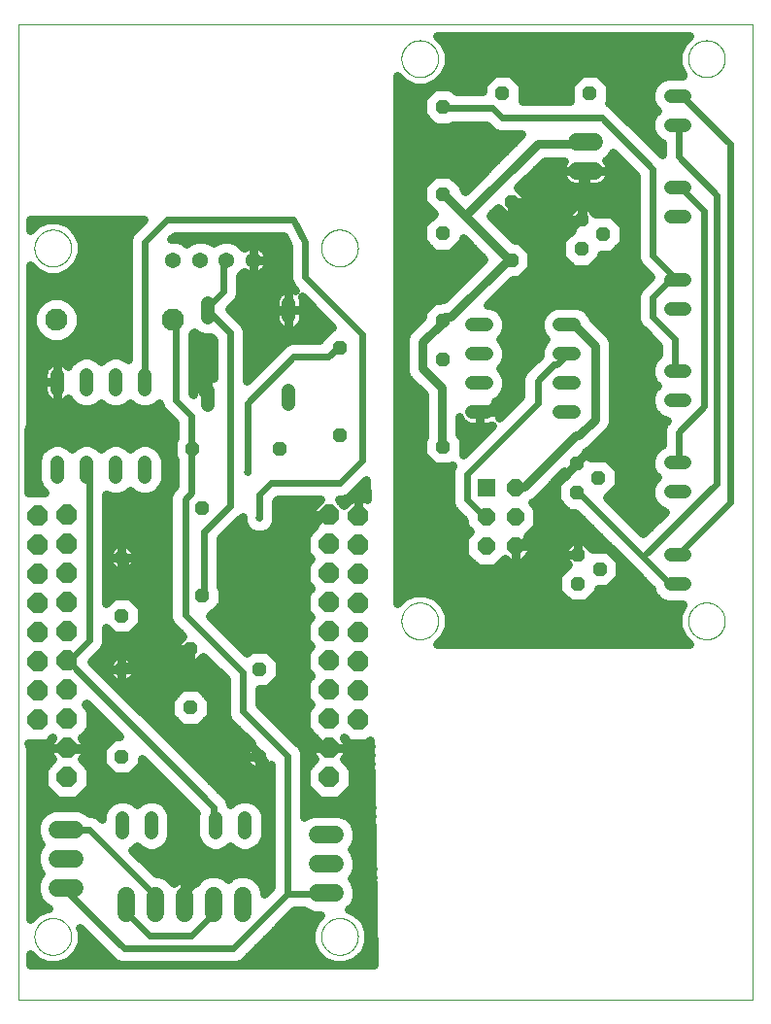
<source format=gbl>
G75*
%MOIN*%
%OFA0B0*%
%FSLAX25Y25*%
%IPPOS*%
%LPD*%
%AMOC8*
5,1,8,0,0,1.08239X$1,22.5*
%
%ADD10C,0.00000*%
%ADD11C,0.07600*%
%ADD12C,0.04800*%
%ADD13OC8,0.07000*%
%ADD14R,0.06000X0.06000*%
%ADD15OC8,0.06000*%
%ADD16C,0.06000*%
%ADD17OC8,0.04800*%
%ADD18C,0.05400*%
%ADD19C,0.03000*%
%ADD20C,0.02400*%
%ADD21C,0.02578*%
D10*
X0001000Y0001000D02*
X0001000Y0335646D01*
X0252969Y0335646D01*
X0252969Y0001000D01*
X0001000Y0001000D01*
X0006512Y0022654D02*
X0006514Y0022812D01*
X0006520Y0022970D01*
X0006530Y0023128D01*
X0006544Y0023286D01*
X0006562Y0023443D01*
X0006583Y0023600D01*
X0006609Y0023756D01*
X0006639Y0023912D01*
X0006672Y0024067D01*
X0006710Y0024220D01*
X0006751Y0024373D01*
X0006796Y0024525D01*
X0006845Y0024676D01*
X0006898Y0024825D01*
X0006954Y0024973D01*
X0007014Y0025119D01*
X0007078Y0025264D01*
X0007146Y0025407D01*
X0007217Y0025549D01*
X0007291Y0025689D01*
X0007369Y0025826D01*
X0007451Y0025962D01*
X0007535Y0026096D01*
X0007624Y0026227D01*
X0007715Y0026356D01*
X0007810Y0026483D01*
X0007907Y0026608D01*
X0008008Y0026730D01*
X0008112Y0026849D01*
X0008219Y0026966D01*
X0008329Y0027080D01*
X0008442Y0027191D01*
X0008557Y0027300D01*
X0008675Y0027405D01*
X0008796Y0027507D01*
X0008919Y0027607D01*
X0009045Y0027703D01*
X0009173Y0027796D01*
X0009303Y0027886D01*
X0009436Y0027972D01*
X0009571Y0028056D01*
X0009707Y0028135D01*
X0009846Y0028212D01*
X0009987Y0028284D01*
X0010129Y0028354D01*
X0010273Y0028419D01*
X0010419Y0028481D01*
X0010566Y0028539D01*
X0010715Y0028594D01*
X0010865Y0028645D01*
X0011016Y0028692D01*
X0011168Y0028735D01*
X0011321Y0028774D01*
X0011476Y0028810D01*
X0011631Y0028841D01*
X0011787Y0028869D01*
X0011943Y0028893D01*
X0012100Y0028913D01*
X0012258Y0028929D01*
X0012415Y0028941D01*
X0012574Y0028949D01*
X0012732Y0028953D01*
X0012890Y0028953D01*
X0013048Y0028949D01*
X0013207Y0028941D01*
X0013364Y0028929D01*
X0013522Y0028913D01*
X0013679Y0028893D01*
X0013835Y0028869D01*
X0013991Y0028841D01*
X0014146Y0028810D01*
X0014301Y0028774D01*
X0014454Y0028735D01*
X0014606Y0028692D01*
X0014757Y0028645D01*
X0014907Y0028594D01*
X0015056Y0028539D01*
X0015203Y0028481D01*
X0015349Y0028419D01*
X0015493Y0028354D01*
X0015635Y0028284D01*
X0015776Y0028212D01*
X0015915Y0028135D01*
X0016051Y0028056D01*
X0016186Y0027972D01*
X0016319Y0027886D01*
X0016449Y0027796D01*
X0016577Y0027703D01*
X0016703Y0027607D01*
X0016826Y0027507D01*
X0016947Y0027405D01*
X0017065Y0027300D01*
X0017180Y0027191D01*
X0017293Y0027080D01*
X0017403Y0026966D01*
X0017510Y0026849D01*
X0017614Y0026730D01*
X0017715Y0026608D01*
X0017812Y0026483D01*
X0017907Y0026356D01*
X0017998Y0026227D01*
X0018087Y0026096D01*
X0018171Y0025962D01*
X0018253Y0025826D01*
X0018331Y0025689D01*
X0018405Y0025549D01*
X0018476Y0025407D01*
X0018544Y0025264D01*
X0018608Y0025119D01*
X0018668Y0024973D01*
X0018724Y0024825D01*
X0018777Y0024676D01*
X0018826Y0024525D01*
X0018871Y0024373D01*
X0018912Y0024220D01*
X0018950Y0024067D01*
X0018983Y0023912D01*
X0019013Y0023756D01*
X0019039Y0023600D01*
X0019060Y0023443D01*
X0019078Y0023286D01*
X0019092Y0023128D01*
X0019102Y0022970D01*
X0019108Y0022812D01*
X0019110Y0022654D01*
X0019108Y0022496D01*
X0019102Y0022338D01*
X0019092Y0022180D01*
X0019078Y0022022D01*
X0019060Y0021865D01*
X0019039Y0021708D01*
X0019013Y0021552D01*
X0018983Y0021396D01*
X0018950Y0021241D01*
X0018912Y0021088D01*
X0018871Y0020935D01*
X0018826Y0020783D01*
X0018777Y0020632D01*
X0018724Y0020483D01*
X0018668Y0020335D01*
X0018608Y0020189D01*
X0018544Y0020044D01*
X0018476Y0019901D01*
X0018405Y0019759D01*
X0018331Y0019619D01*
X0018253Y0019482D01*
X0018171Y0019346D01*
X0018087Y0019212D01*
X0017998Y0019081D01*
X0017907Y0018952D01*
X0017812Y0018825D01*
X0017715Y0018700D01*
X0017614Y0018578D01*
X0017510Y0018459D01*
X0017403Y0018342D01*
X0017293Y0018228D01*
X0017180Y0018117D01*
X0017065Y0018008D01*
X0016947Y0017903D01*
X0016826Y0017801D01*
X0016703Y0017701D01*
X0016577Y0017605D01*
X0016449Y0017512D01*
X0016319Y0017422D01*
X0016186Y0017336D01*
X0016051Y0017252D01*
X0015915Y0017173D01*
X0015776Y0017096D01*
X0015635Y0017024D01*
X0015493Y0016954D01*
X0015349Y0016889D01*
X0015203Y0016827D01*
X0015056Y0016769D01*
X0014907Y0016714D01*
X0014757Y0016663D01*
X0014606Y0016616D01*
X0014454Y0016573D01*
X0014301Y0016534D01*
X0014146Y0016498D01*
X0013991Y0016467D01*
X0013835Y0016439D01*
X0013679Y0016415D01*
X0013522Y0016395D01*
X0013364Y0016379D01*
X0013207Y0016367D01*
X0013048Y0016359D01*
X0012890Y0016355D01*
X0012732Y0016355D01*
X0012574Y0016359D01*
X0012415Y0016367D01*
X0012258Y0016379D01*
X0012100Y0016395D01*
X0011943Y0016415D01*
X0011787Y0016439D01*
X0011631Y0016467D01*
X0011476Y0016498D01*
X0011321Y0016534D01*
X0011168Y0016573D01*
X0011016Y0016616D01*
X0010865Y0016663D01*
X0010715Y0016714D01*
X0010566Y0016769D01*
X0010419Y0016827D01*
X0010273Y0016889D01*
X0010129Y0016954D01*
X0009987Y0017024D01*
X0009846Y0017096D01*
X0009707Y0017173D01*
X0009571Y0017252D01*
X0009436Y0017336D01*
X0009303Y0017422D01*
X0009173Y0017512D01*
X0009045Y0017605D01*
X0008919Y0017701D01*
X0008796Y0017801D01*
X0008675Y0017903D01*
X0008557Y0018008D01*
X0008442Y0018117D01*
X0008329Y0018228D01*
X0008219Y0018342D01*
X0008112Y0018459D01*
X0008008Y0018578D01*
X0007907Y0018700D01*
X0007810Y0018825D01*
X0007715Y0018952D01*
X0007624Y0019081D01*
X0007535Y0019212D01*
X0007451Y0019346D01*
X0007369Y0019482D01*
X0007291Y0019619D01*
X0007217Y0019759D01*
X0007146Y0019901D01*
X0007078Y0020044D01*
X0007014Y0020189D01*
X0006954Y0020335D01*
X0006898Y0020483D01*
X0006845Y0020632D01*
X0006796Y0020783D01*
X0006751Y0020935D01*
X0006710Y0021088D01*
X0006672Y0021241D01*
X0006639Y0021396D01*
X0006609Y0021552D01*
X0006583Y0021708D01*
X0006562Y0021865D01*
X0006544Y0022022D01*
X0006530Y0022180D01*
X0006520Y0022338D01*
X0006514Y0022496D01*
X0006512Y0022654D01*
X0104937Y0022654D02*
X0104939Y0022812D01*
X0104945Y0022970D01*
X0104955Y0023128D01*
X0104969Y0023286D01*
X0104987Y0023443D01*
X0105008Y0023600D01*
X0105034Y0023756D01*
X0105064Y0023912D01*
X0105097Y0024067D01*
X0105135Y0024220D01*
X0105176Y0024373D01*
X0105221Y0024525D01*
X0105270Y0024676D01*
X0105323Y0024825D01*
X0105379Y0024973D01*
X0105439Y0025119D01*
X0105503Y0025264D01*
X0105571Y0025407D01*
X0105642Y0025549D01*
X0105716Y0025689D01*
X0105794Y0025826D01*
X0105876Y0025962D01*
X0105960Y0026096D01*
X0106049Y0026227D01*
X0106140Y0026356D01*
X0106235Y0026483D01*
X0106332Y0026608D01*
X0106433Y0026730D01*
X0106537Y0026849D01*
X0106644Y0026966D01*
X0106754Y0027080D01*
X0106867Y0027191D01*
X0106982Y0027300D01*
X0107100Y0027405D01*
X0107221Y0027507D01*
X0107344Y0027607D01*
X0107470Y0027703D01*
X0107598Y0027796D01*
X0107728Y0027886D01*
X0107861Y0027972D01*
X0107996Y0028056D01*
X0108132Y0028135D01*
X0108271Y0028212D01*
X0108412Y0028284D01*
X0108554Y0028354D01*
X0108698Y0028419D01*
X0108844Y0028481D01*
X0108991Y0028539D01*
X0109140Y0028594D01*
X0109290Y0028645D01*
X0109441Y0028692D01*
X0109593Y0028735D01*
X0109746Y0028774D01*
X0109901Y0028810D01*
X0110056Y0028841D01*
X0110212Y0028869D01*
X0110368Y0028893D01*
X0110525Y0028913D01*
X0110683Y0028929D01*
X0110840Y0028941D01*
X0110999Y0028949D01*
X0111157Y0028953D01*
X0111315Y0028953D01*
X0111473Y0028949D01*
X0111632Y0028941D01*
X0111789Y0028929D01*
X0111947Y0028913D01*
X0112104Y0028893D01*
X0112260Y0028869D01*
X0112416Y0028841D01*
X0112571Y0028810D01*
X0112726Y0028774D01*
X0112879Y0028735D01*
X0113031Y0028692D01*
X0113182Y0028645D01*
X0113332Y0028594D01*
X0113481Y0028539D01*
X0113628Y0028481D01*
X0113774Y0028419D01*
X0113918Y0028354D01*
X0114060Y0028284D01*
X0114201Y0028212D01*
X0114340Y0028135D01*
X0114476Y0028056D01*
X0114611Y0027972D01*
X0114744Y0027886D01*
X0114874Y0027796D01*
X0115002Y0027703D01*
X0115128Y0027607D01*
X0115251Y0027507D01*
X0115372Y0027405D01*
X0115490Y0027300D01*
X0115605Y0027191D01*
X0115718Y0027080D01*
X0115828Y0026966D01*
X0115935Y0026849D01*
X0116039Y0026730D01*
X0116140Y0026608D01*
X0116237Y0026483D01*
X0116332Y0026356D01*
X0116423Y0026227D01*
X0116512Y0026096D01*
X0116596Y0025962D01*
X0116678Y0025826D01*
X0116756Y0025689D01*
X0116830Y0025549D01*
X0116901Y0025407D01*
X0116969Y0025264D01*
X0117033Y0025119D01*
X0117093Y0024973D01*
X0117149Y0024825D01*
X0117202Y0024676D01*
X0117251Y0024525D01*
X0117296Y0024373D01*
X0117337Y0024220D01*
X0117375Y0024067D01*
X0117408Y0023912D01*
X0117438Y0023756D01*
X0117464Y0023600D01*
X0117485Y0023443D01*
X0117503Y0023286D01*
X0117517Y0023128D01*
X0117527Y0022970D01*
X0117533Y0022812D01*
X0117535Y0022654D01*
X0117533Y0022496D01*
X0117527Y0022338D01*
X0117517Y0022180D01*
X0117503Y0022022D01*
X0117485Y0021865D01*
X0117464Y0021708D01*
X0117438Y0021552D01*
X0117408Y0021396D01*
X0117375Y0021241D01*
X0117337Y0021088D01*
X0117296Y0020935D01*
X0117251Y0020783D01*
X0117202Y0020632D01*
X0117149Y0020483D01*
X0117093Y0020335D01*
X0117033Y0020189D01*
X0116969Y0020044D01*
X0116901Y0019901D01*
X0116830Y0019759D01*
X0116756Y0019619D01*
X0116678Y0019482D01*
X0116596Y0019346D01*
X0116512Y0019212D01*
X0116423Y0019081D01*
X0116332Y0018952D01*
X0116237Y0018825D01*
X0116140Y0018700D01*
X0116039Y0018578D01*
X0115935Y0018459D01*
X0115828Y0018342D01*
X0115718Y0018228D01*
X0115605Y0018117D01*
X0115490Y0018008D01*
X0115372Y0017903D01*
X0115251Y0017801D01*
X0115128Y0017701D01*
X0115002Y0017605D01*
X0114874Y0017512D01*
X0114744Y0017422D01*
X0114611Y0017336D01*
X0114476Y0017252D01*
X0114340Y0017173D01*
X0114201Y0017096D01*
X0114060Y0017024D01*
X0113918Y0016954D01*
X0113774Y0016889D01*
X0113628Y0016827D01*
X0113481Y0016769D01*
X0113332Y0016714D01*
X0113182Y0016663D01*
X0113031Y0016616D01*
X0112879Y0016573D01*
X0112726Y0016534D01*
X0112571Y0016498D01*
X0112416Y0016467D01*
X0112260Y0016439D01*
X0112104Y0016415D01*
X0111947Y0016395D01*
X0111789Y0016379D01*
X0111632Y0016367D01*
X0111473Y0016359D01*
X0111315Y0016355D01*
X0111157Y0016355D01*
X0110999Y0016359D01*
X0110840Y0016367D01*
X0110683Y0016379D01*
X0110525Y0016395D01*
X0110368Y0016415D01*
X0110212Y0016439D01*
X0110056Y0016467D01*
X0109901Y0016498D01*
X0109746Y0016534D01*
X0109593Y0016573D01*
X0109441Y0016616D01*
X0109290Y0016663D01*
X0109140Y0016714D01*
X0108991Y0016769D01*
X0108844Y0016827D01*
X0108698Y0016889D01*
X0108554Y0016954D01*
X0108412Y0017024D01*
X0108271Y0017096D01*
X0108132Y0017173D01*
X0107996Y0017252D01*
X0107861Y0017336D01*
X0107728Y0017422D01*
X0107598Y0017512D01*
X0107470Y0017605D01*
X0107344Y0017701D01*
X0107221Y0017801D01*
X0107100Y0017903D01*
X0106982Y0018008D01*
X0106867Y0018117D01*
X0106754Y0018228D01*
X0106644Y0018342D01*
X0106537Y0018459D01*
X0106433Y0018578D01*
X0106332Y0018700D01*
X0106235Y0018825D01*
X0106140Y0018952D01*
X0106049Y0019081D01*
X0105960Y0019212D01*
X0105876Y0019346D01*
X0105794Y0019482D01*
X0105716Y0019619D01*
X0105642Y0019759D01*
X0105571Y0019901D01*
X0105503Y0020044D01*
X0105439Y0020189D01*
X0105379Y0020335D01*
X0105323Y0020483D01*
X0105270Y0020632D01*
X0105221Y0020783D01*
X0105176Y0020935D01*
X0105135Y0021088D01*
X0105097Y0021241D01*
X0105064Y0021396D01*
X0105034Y0021552D01*
X0105008Y0021708D01*
X0104987Y0021865D01*
X0104969Y0022022D01*
X0104955Y0022180D01*
X0104945Y0022338D01*
X0104939Y0022496D01*
X0104937Y0022654D01*
X0132496Y0130921D02*
X0132498Y0131079D01*
X0132504Y0131237D01*
X0132514Y0131395D01*
X0132528Y0131553D01*
X0132546Y0131710D01*
X0132567Y0131867D01*
X0132593Y0132023D01*
X0132623Y0132179D01*
X0132656Y0132334D01*
X0132694Y0132487D01*
X0132735Y0132640D01*
X0132780Y0132792D01*
X0132829Y0132943D01*
X0132882Y0133092D01*
X0132938Y0133240D01*
X0132998Y0133386D01*
X0133062Y0133531D01*
X0133130Y0133674D01*
X0133201Y0133816D01*
X0133275Y0133956D01*
X0133353Y0134093D01*
X0133435Y0134229D01*
X0133519Y0134363D01*
X0133608Y0134494D01*
X0133699Y0134623D01*
X0133794Y0134750D01*
X0133891Y0134875D01*
X0133992Y0134997D01*
X0134096Y0135116D01*
X0134203Y0135233D01*
X0134313Y0135347D01*
X0134426Y0135458D01*
X0134541Y0135567D01*
X0134659Y0135672D01*
X0134780Y0135774D01*
X0134903Y0135874D01*
X0135029Y0135970D01*
X0135157Y0136063D01*
X0135287Y0136153D01*
X0135420Y0136239D01*
X0135555Y0136323D01*
X0135691Y0136402D01*
X0135830Y0136479D01*
X0135971Y0136551D01*
X0136113Y0136621D01*
X0136257Y0136686D01*
X0136403Y0136748D01*
X0136550Y0136806D01*
X0136699Y0136861D01*
X0136849Y0136912D01*
X0137000Y0136959D01*
X0137152Y0137002D01*
X0137305Y0137041D01*
X0137460Y0137077D01*
X0137615Y0137108D01*
X0137771Y0137136D01*
X0137927Y0137160D01*
X0138084Y0137180D01*
X0138242Y0137196D01*
X0138399Y0137208D01*
X0138558Y0137216D01*
X0138716Y0137220D01*
X0138874Y0137220D01*
X0139032Y0137216D01*
X0139191Y0137208D01*
X0139348Y0137196D01*
X0139506Y0137180D01*
X0139663Y0137160D01*
X0139819Y0137136D01*
X0139975Y0137108D01*
X0140130Y0137077D01*
X0140285Y0137041D01*
X0140438Y0137002D01*
X0140590Y0136959D01*
X0140741Y0136912D01*
X0140891Y0136861D01*
X0141040Y0136806D01*
X0141187Y0136748D01*
X0141333Y0136686D01*
X0141477Y0136621D01*
X0141619Y0136551D01*
X0141760Y0136479D01*
X0141899Y0136402D01*
X0142035Y0136323D01*
X0142170Y0136239D01*
X0142303Y0136153D01*
X0142433Y0136063D01*
X0142561Y0135970D01*
X0142687Y0135874D01*
X0142810Y0135774D01*
X0142931Y0135672D01*
X0143049Y0135567D01*
X0143164Y0135458D01*
X0143277Y0135347D01*
X0143387Y0135233D01*
X0143494Y0135116D01*
X0143598Y0134997D01*
X0143699Y0134875D01*
X0143796Y0134750D01*
X0143891Y0134623D01*
X0143982Y0134494D01*
X0144071Y0134363D01*
X0144155Y0134229D01*
X0144237Y0134093D01*
X0144315Y0133956D01*
X0144389Y0133816D01*
X0144460Y0133674D01*
X0144528Y0133531D01*
X0144592Y0133386D01*
X0144652Y0133240D01*
X0144708Y0133092D01*
X0144761Y0132943D01*
X0144810Y0132792D01*
X0144855Y0132640D01*
X0144896Y0132487D01*
X0144934Y0132334D01*
X0144967Y0132179D01*
X0144997Y0132023D01*
X0145023Y0131867D01*
X0145044Y0131710D01*
X0145062Y0131553D01*
X0145076Y0131395D01*
X0145086Y0131237D01*
X0145092Y0131079D01*
X0145094Y0130921D01*
X0145092Y0130763D01*
X0145086Y0130605D01*
X0145076Y0130447D01*
X0145062Y0130289D01*
X0145044Y0130132D01*
X0145023Y0129975D01*
X0144997Y0129819D01*
X0144967Y0129663D01*
X0144934Y0129508D01*
X0144896Y0129355D01*
X0144855Y0129202D01*
X0144810Y0129050D01*
X0144761Y0128899D01*
X0144708Y0128750D01*
X0144652Y0128602D01*
X0144592Y0128456D01*
X0144528Y0128311D01*
X0144460Y0128168D01*
X0144389Y0128026D01*
X0144315Y0127886D01*
X0144237Y0127749D01*
X0144155Y0127613D01*
X0144071Y0127479D01*
X0143982Y0127348D01*
X0143891Y0127219D01*
X0143796Y0127092D01*
X0143699Y0126967D01*
X0143598Y0126845D01*
X0143494Y0126726D01*
X0143387Y0126609D01*
X0143277Y0126495D01*
X0143164Y0126384D01*
X0143049Y0126275D01*
X0142931Y0126170D01*
X0142810Y0126068D01*
X0142687Y0125968D01*
X0142561Y0125872D01*
X0142433Y0125779D01*
X0142303Y0125689D01*
X0142170Y0125603D01*
X0142035Y0125519D01*
X0141899Y0125440D01*
X0141760Y0125363D01*
X0141619Y0125291D01*
X0141477Y0125221D01*
X0141333Y0125156D01*
X0141187Y0125094D01*
X0141040Y0125036D01*
X0140891Y0124981D01*
X0140741Y0124930D01*
X0140590Y0124883D01*
X0140438Y0124840D01*
X0140285Y0124801D01*
X0140130Y0124765D01*
X0139975Y0124734D01*
X0139819Y0124706D01*
X0139663Y0124682D01*
X0139506Y0124662D01*
X0139348Y0124646D01*
X0139191Y0124634D01*
X0139032Y0124626D01*
X0138874Y0124622D01*
X0138716Y0124622D01*
X0138558Y0124626D01*
X0138399Y0124634D01*
X0138242Y0124646D01*
X0138084Y0124662D01*
X0137927Y0124682D01*
X0137771Y0124706D01*
X0137615Y0124734D01*
X0137460Y0124765D01*
X0137305Y0124801D01*
X0137152Y0124840D01*
X0137000Y0124883D01*
X0136849Y0124930D01*
X0136699Y0124981D01*
X0136550Y0125036D01*
X0136403Y0125094D01*
X0136257Y0125156D01*
X0136113Y0125221D01*
X0135971Y0125291D01*
X0135830Y0125363D01*
X0135691Y0125440D01*
X0135555Y0125519D01*
X0135420Y0125603D01*
X0135287Y0125689D01*
X0135157Y0125779D01*
X0135029Y0125872D01*
X0134903Y0125968D01*
X0134780Y0126068D01*
X0134659Y0126170D01*
X0134541Y0126275D01*
X0134426Y0126384D01*
X0134313Y0126495D01*
X0134203Y0126609D01*
X0134096Y0126726D01*
X0133992Y0126845D01*
X0133891Y0126967D01*
X0133794Y0127092D01*
X0133699Y0127219D01*
X0133608Y0127348D01*
X0133519Y0127479D01*
X0133435Y0127613D01*
X0133353Y0127749D01*
X0133275Y0127886D01*
X0133201Y0128026D01*
X0133130Y0128168D01*
X0133062Y0128311D01*
X0132998Y0128456D01*
X0132938Y0128602D01*
X0132882Y0128750D01*
X0132829Y0128899D01*
X0132780Y0129050D01*
X0132735Y0129202D01*
X0132694Y0129355D01*
X0132656Y0129508D01*
X0132623Y0129663D01*
X0132593Y0129819D01*
X0132567Y0129975D01*
X0132546Y0130132D01*
X0132528Y0130289D01*
X0132514Y0130447D01*
X0132504Y0130605D01*
X0132498Y0130763D01*
X0132496Y0130921D01*
X0104937Y0258874D02*
X0104939Y0259032D01*
X0104945Y0259190D01*
X0104955Y0259348D01*
X0104969Y0259506D01*
X0104987Y0259663D01*
X0105008Y0259820D01*
X0105034Y0259976D01*
X0105064Y0260132D01*
X0105097Y0260287D01*
X0105135Y0260440D01*
X0105176Y0260593D01*
X0105221Y0260745D01*
X0105270Y0260896D01*
X0105323Y0261045D01*
X0105379Y0261193D01*
X0105439Y0261339D01*
X0105503Y0261484D01*
X0105571Y0261627D01*
X0105642Y0261769D01*
X0105716Y0261909D01*
X0105794Y0262046D01*
X0105876Y0262182D01*
X0105960Y0262316D01*
X0106049Y0262447D01*
X0106140Y0262576D01*
X0106235Y0262703D01*
X0106332Y0262828D01*
X0106433Y0262950D01*
X0106537Y0263069D01*
X0106644Y0263186D01*
X0106754Y0263300D01*
X0106867Y0263411D01*
X0106982Y0263520D01*
X0107100Y0263625D01*
X0107221Y0263727D01*
X0107344Y0263827D01*
X0107470Y0263923D01*
X0107598Y0264016D01*
X0107728Y0264106D01*
X0107861Y0264192D01*
X0107996Y0264276D01*
X0108132Y0264355D01*
X0108271Y0264432D01*
X0108412Y0264504D01*
X0108554Y0264574D01*
X0108698Y0264639D01*
X0108844Y0264701D01*
X0108991Y0264759D01*
X0109140Y0264814D01*
X0109290Y0264865D01*
X0109441Y0264912D01*
X0109593Y0264955D01*
X0109746Y0264994D01*
X0109901Y0265030D01*
X0110056Y0265061D01*
X0110212Y0265089D01*
X0110368Y0265113D01*
X0110525Y0265133D01*
X0110683Y0265149D01*
X0110840Y0265161D01*
X0110999Y0265169D01*
X0111157Y0265173D01*
X0111315Y0265173D01*
X0111473Y0265169D01*
X0111632Y0265161D01*
X0111789Y0265149D01*
X0111947Y0265133D01*
X0112104Y0265113D01*
X0112260Y0265089D01*
X0112416Y0265061D01*
X0112571Y0265030D01*
X0112726Y0264994D01*
X0112879Y0264955D01*
X0113031Y0264912D01*
X0113182Y0264865D01*
X0113332Y0264814D01*
X0113481Y0264759D01*
X0113628Y0264701D01*
X0113774Y0264639D01*
X0113918Y0264574D01*
X0114060Y0264504D01*
X0114201Y0264432D01*
X0114340Y0264355D01*
X0114476Y0264276D01*
X0114611Y0264192D01*
X0114744Y0264106D01*
X0114874Y0264016D01*
X0115002Y0263923D01*
X0115128Y0263827D01*
X0115251Y0263727D01*
X0115372Y0263625D01*
X0115490Y0263520D01*
X0115605Y0263411D01*
X0115718Y0263300D01*
X0115828Y0263186D01*
X0115935Y0263069D01*
X0116039Y0262950D01*
X0116140Y0262828D01*
X0116237Y0262703D01*
X0116332Y0262576D01*
X0116423Y0262447D01*
X0116512Y0262316D01*
X0116596Y0262182D01*
X0116678Y0262046D01*
X0116756Y0261909D01*
X0116830Y0261769D01*
X0116901Y0261627D01*
X0116969Y0261484D01*
X0117033Y0261339D01*
X0117093Y0261193D01*
X0117149Y0261045D01*
X0117202Y0260896D01*
X0117251Y0260745D01*
X0117296Y0260593D01*
X0117337Y0260440D01*
X0117375Y0260287D01*
X0117408Y0260132D01*
X0117438Y0259976D01*
X0117464Y0259820D01*
X0117485Y0259663D01*
X0117503Y0259506D01*
X0117517Y0259348D01*
X0117527Y0259190D01*
X0117533Y0259032D01*
X0117535Y0258874D01*
X0117533Y0258716D01*
X0117527Y0258558D01*
X0117517Y0258400D01*
X0117503Y0258242D01*
X0117485Y0258085D01*
X0117464Y0257928D01*
X0117438Y0257772D01*
X0117408Y0257616D01*
X0117375Y0257461D01*
X0117337Y0257308D01*
X0117296Y0257155D01*
X0117251Y0257003D01*
X0117202Y0256852D01*
X0117149Y0256703D01*
X0117093Y0256555D01*
X0117033Y0256409D01*
X0116969Y0256264D01*
X0116901Y0256121D01*
X0116830Y0255979D01*
X0116756Y0255839D01*
X0116678Y0255702D01*
X0116596Y0255566D01*
X0116512Y0255432D01*
X0116423Y0255301D01*
X0116332Y0255172D01*
X0116237Y0255045D01*
X0116140Y0254920D01*
X0116039Y0254798D01*
X0115935Y0254679D01*
X0115828Y0254562D01*
X0115718Y0254448D01*
X0115605Y0254337D01*
X0115490Y0254228D01*
X0115372Y0254123D01*
X0115251Y0254021D01*
X0115128Y0253921D01*
X0115002Y0253825D01*
X0114874Y0253732D01*
X0114744Y0253642D01*
X0114611Y0253556D01*
X0114476Y0253472D01*
X0114340Y0253393D01*
X0114201Y0253316D01*
X0114060Y0253244D01*
X0113918Y0253174D01*
X0113774Y0253109D01*
X0113628Y0253047D01*
X0113481Y0252989D01*
X0113332Y0252934D01*
X0113182Y0252883D01*
X0113031Y0252836D01*
X0112879Y0252793D01*
X0112726Y0252754D01*
X0112571Y0252718D01*
X0112416Y0252687D01*
X0112260Y0252659D01*
X0112104Y0252635D01*
X0111947Y0252615D01*
X0111789Y0252599D01*
X0111632Y0252587D01*
X0111473Y0252579D01*
X0111315Y0252575D01*
X0111157Y0252575D01*
X0110999Y0252579D01*
X0110840Y0252587D01*
X0110683Y0252599D01*
X0110525Y0252615D01*
X0110368Y0252635D01*
X0110212Y0252659D01*
X0110056Y0252687D01*
X0109901Y0252718D01*
X0109746Y0252754D01*
X0109593Y0252793D01*
X0109441Y0252836D01*
X0109290Y0252883D01*
X0109140Y0252934D01*
X0108991Y0252989D01*
X0108844Y0253047D01*
X0108698Y0253109D01*
X0108554Y0253174D01*
X0108412Y0253244D01*
X0108271Y0253316D01*
X0108132Y0253393D01*
X0107996Y0253472D01*
X0107861Y0253556D01*
X0107728Y0253642D01*
X0107598Y0253732D01*
X0107470Y0253825D01*
X0107344Y0253921D01*
X0107221Y0254021D01*
X0107100Y0254123D01*
X0106982Y0254228D01*
X0106867Y0254337D01*
X0106754Y0254448D01*
X0106644Y0254562D01*
X0106537Y0254679D01*
X0106433Y0254798D01*
X0106332Y0254920D01*
X0106235Y0255045D01*
X0106140Y0255172D01*
X0106049Y0255301D01*
X0105960Y0255432D01*
X0105876Y0255566D01*
X0105794Y0255702D01*
X0105716Y0255839D01*
X0105642Y0255979D01*
X0105571Y0256121D01*
X0105503Y0256264D01*
X0105439Y0256409D01*
X0105379Y0256555D01*
X0105323Y0256703D01*
X0105270Y0256852D01*
X0105221Y0257003D01*
X0105176Y0257155D01*
X0105135Y0257308D01*
X0105097Y0257461D01*
X0105064Y0257616D01*
X0105034Y0257772D01*
X0105008Y0257928D01*
X0104987Y0258085D01*
X0104969Y0258242D01*
X0104955Y0258400D01*
X0104945Y0258558D01*
X0104939Y0258716D01*
X0104937Y0258874D01*
X0132496Y0323835D02*
X0132498Y0323993D01*
X0132504Y0324151D01*
X0132514Y0324309D01*
X0132528Y0324467D01*
X0132546Y0324624D01*
X0132567Y0324781D01*
X0132593Y0324937D01*
X0132623Y0325093D01*
X0132656Y0325248D01*
X0132694Y0325401D01*
X0132735Y0325554D01*
X0132780Y0325706D01*
X0132829Y0325857D01*
X0132882Y0326006D01*
X0132938Y0326154D01*
X0132998Y0326300D01*
X0133062Y0326445D01*
X0133130Y0326588D01*
X0133201Y0326730D01*
X0133275Y0326870D01*
X0133353Y0327007D01*
X0133435Y0327143D01*
X0133519Y0327277D01*
X0133608Y0327408D01*
X0133699Y0327537D01*
X0133794Y0327664D01*
X0133891Y0327789D01*
X0133992Y0327911D01*
X0134096Y0328030D01*
X0134203Y0328147D01*
X0134313Y0328261D01*
X0134426Y0328372D01*
X0134541Y0328481D01*
X0134659Y0328586D01*
X0134780Y0328688D01*
X0134903Y0328788D01*
X0135029Y0328884D01*
X0135157Y0328977D01*
X0135287Y0329067D01*
X0135420Y0329153D01*
X0135555Y0329237D01*
X0135691Y0329316D01*
X0135830Y0329393D01*
X0135971Y0329465D01*
X0136113Y0329535D01*
X0136257Y0329600D01*
X0136403Y0329662D01*
X0136550Y0329720D01*
X0136699Y0329775D01*
X0136849Y0329826D01*
X0137000Y0329873D01*
X0137152Y0329916D01*
X0137305Y0329955D01*
X0137460Y0329991D01*
X0137615Y0330022D01*
X0137771Y0330050D01*
X0137927Y0330074D01*
X0138084Y0330094D01*
X0138242Y0330110D01*
X0138399Y0330122D01*
X0138558Y0330130D01*
X0138716Y0330134D01*
X0138874Y0330134D01*
X0139032Y0330130D01*
X0139191Y0330122D01*
X0139348Y0330110D01*
X0139506Y0330094D01*
X0139663Y0330074D01*
X0139819Y0330050D01*
X0139975Y0330022D01*
X0140130Y0329991D01*
X0140285Y0329955D01*
X0140438Y0329916D01*
X0140590Y0329873D01*
X0140741Y0329826D01*
X0140891Y0329775D01*
X0141040Y0329720D01*
X0141187Y0329662D01*
X0141333Y0329600D01*
X0141477Y0329535D01*
X0141619Y0329465D01*
X0141760Y0329393D01*
X0141899Y0329316D01*
X0142035Y0329237D01*
X0142170Y0329153D01*
X0142303Y0329067D01*
X0142433Y0328977D01*
X0142561Y0328884D01*
X0142687Y0328788D01*
X0142810Y0328688D01*
X0142931Y0328586D01*
X0143049Y0328481D01*
X0143164Y0328372D01*
X0143277Y0328261D01*
X0143387Y0328147D01*
X0143494Y0328030D01*
X0143598Y0327911D01*
X0143699Y0327789D01*
X0143796Y0327664D01*
X0143891Y0327537D01*
X0143982Y0327408D01*
X0144071Y0327277D01*
X0144155Y0327143D01*
X0144237Y0327007D01*
X0144315Y0326870D01*
X0144389Y0326730D01*
X0144460Y0326588D01*
X0144528Y0326445D01*
X0144592Y0326300D01*
X0144652Y0326154D01*
X0144708Y0326006D01*
X0144761Y0325857D01*
X0144810Y0325706D01*
X0144855Y0325554D01*
X0144896Y0325401D01*
X0144934Y0325248D01*
X0144967Y0325093D01*
X0144997Y0324937D01*
X0145023Y0324781D01*
X0145044Y0324624D01*
X0145062Y0324467D01*
X0145076Y0324309D01*
X0145086Y0324151D01*
X0145092Y0323993D01*
X0145094Y0323835D01*
X0145092Y0323677D01*
X0145086Y0323519D01*
X0145076Y0323361D01*
X0145062Y0323203D01*
X0145044Y0323046D01*
X0145023Y0322889D01*
X0144997Y0322733D01*
X0144967Y0322577D01*
X0144934Y0322422D01*
X0144896Y0322269D01*
X0144855Y0322116D01*
X0144810Y0321964D01*
X0144761Y0321813D01*
X0144708Y0321664D01*
X0144652Y0321516D01*
X0144592Y0321370D01*
X0144528Y0321225D01*
X0144460Y0321082D01*
X0144389Y0320940D01*
X0144315Y0320800D01*
X0144237Y0320663D01*
X0144155Y0320527D01*
X0144071Y0320393D01*
X0143982Y0320262D01*
X0143891Y0320133D01*
X0143796Y0320006D01*
X0143699Y0319881D01*
X0143598Y0319759D01*
X0143494Y0319640D01*
X0143387Y0319523D01*
X0143277Y0319409D01*
X0143164Y0319298D01*
X0143049Y0319189D01*
X0142931Y0319084D01*
X0142810Y0318982D01*
X0142687Y0318882D01*
X0142561Y0318786D01*
X0142433Y0318693D01*
X0142303Y0318603D01*
X0142170Y0318517D01*
X0142035Y0318433D01*
X0141899Y0318354D01*
X0141760Y0318277D01*
X0141619Y0318205D01*
X0141477Y0318135D01*
X0141333Y0318070D01*
X0141187Y0318008D01*
X0141040Y0317950D01*
X0140891Y0317895D01*
X0140741Y0317844D01*
X0140590Y0317797D01*
X0140438Y0317754D01*
X0140285Y0317715D01*
X0140130Y0317679D01*
X0139975Y0317648D01*
X0139819Y0317620D01*
X0139663Y0317596D01*
X0139506Y0317576D01*
X0139348Y0317560D01*
X0139191Y0317548D01*
X0139032Y0317540D01*
X0138874Y0317536D01*
X0138716Y0317536D01*
X0138558Y0317540D01*
X0138399Y0317548D01*
X0138242Y0317560D01*
X0138084Y0317576D01*
X0137927Y0317596D01*
X0137771Y0317620D01*
X0137615Y0317648D01*
X0137460Y0317679D01*
X0137305Y0317715D01*
X0137152Y0317754D01*
X0137000Y0317797D01*
X0136849Y0317844D01*
X0136699Y0317895D01*
X0136550Y0317950D01*
X0136403Y0318008D01*
X0136257Y0318070D01*
X0136113Y0318135D01*
X0135971Y0318205D01*
X0135830Y0318277D01*
X0135691Y0318354D01*
X0135555Y0318433D01*
X0135420Y0318517D01*
X0135287Y0318603D01*
X0135157Y0318693D01*
X0135029Y0318786D01*
X0134903Y0318882D01*
X0134780Y0318982D01*
X0134659Y0319084D01*
X0134541Y0319189D01*
X0134426Y0319298D01*
X0134313Y0319409D01*
X0134203Y0319523D01*
X0134096Y0319640D01*
X0133992Y0319759D01*
X0133891Y0319881D01*
X0133794Y0320006D01*
X0133699Y0320133D01*
X0133608Y0320262D01*
X0133519Y0320393D01*
X0133435Y0320527D01*
X0133353Y0320663D01*
X0133275Y0320800D01*
X0133201Y0320940D01*
X0133130Y0321082D01*
X0133062Y0321225D01*
X0132998Y0321370D01*
X0132938Y0321516D01*
X0132882Y0321664D01*
X0132829Y0321813D01*
X0132780Y0321964D01*
X0132735Y0322116D01*
X0132694Y0322269D01*
X0132656Y0322422D01*
X0132623Y0322577D01*
X0132593Y0322733D01*
X0132567Y0322889D01*
X0132546Y0323046D01*
X0132528Y0323203D01*
X0132514Y0323361D01*
X0132504Y0323519D01*
X0132498Y0323677D01*
X0132496Y0323835D01*
X0230921Y0323835D02*
X0230923Y0323993D01*
X0230929Y0324151D01*
X0230939Y0324309D01*
X0230953Y0324467D01*
X0230971Y0324624D01*
X0230992Y0324781D01*
X0231018Y0324937D01*
X0231048Y0325093D01*
X0231081Y0325248D01*
X0231119Y0325401D01*
X0231160Y0325554D01*
X0231205Y0325706D01*
X0231254Y0325857D01*
X0231307Y0326006D01*
X0231363Y0326154D01*
X0231423Y0326300D01*
X0231487Y0326445D01*
X0231555Y0326588D01*
X0231626Y0326730D01*
X0231700Y0326870D01*
X0231778Y0327007D01*
X0231860Y0327143D01*
X0231944Y0327277D01*
X0232033Y0327408D01*
X0232124Y0327537D01*
X0232219Y0327664D01*
X0232316Y0327789D01*
X0232417Y0327911D01*
X0232521Y0328030D01*
X0232628Y0328147D01*
X0232738Y0328261D01*
X0232851Y0328372D01*
X0232966Y0328481D01*
X0233084Y0328586D01*
X0233205Y0328688D01*
X0233328Y0328788D01*
X0233454Y0328884D01*
X0233582Y0328977D01*
X0233712Y0329067D01*
X0233845Y0329153D01*
X0233980Y0329237D01*
X0234116Y0329316D01*
X0234255Y0329393D01*
X0234396Y0329465D01*
X0234538Y0329535D01*
X0234682Y0329600D01*
X0234828Y0329662D01*
X0234975Y0329720D01*
X0235124Y0329775D01*
X0235274Y0329826D01*
X0235425Y0329873D01*
X0235577Y0329916D01*
X0235730Y0329955D01*
X0235885Y0329991D01*
X0236040Y0330022D01*
X0236196Y0330050D01*
X0236352Y0330074D01*
X0236509Y0330094D01*
X0236667Y0330110D01*
X0236824Y0330122D01*
X0236983Y0330130D01*
X0237141Y0330134D01*
X0237299Y0330134D01*
X0237457Y0330130D01*
X0237616Y0330122D01*
X0237773Y0330110D01*
X0237931Y0330094D01*
X0238088Y0330074D01*
X0238244Y0330050D01*
X0238400Y0330022D01*
X0238555Y0329991D01*
X0238710Y0329955D01*
X0238863Y0329916D01*
X0239015Y0329873D01*
X0239166Y0329826D01*
X0239316Y0329775D01*
X0239465Y0329720D01*
X0239612Y0329662D01*
X0239758Y0329600D01*
X0239902Y0329535D01*
X0240044Y0329465D01*
X0240185Y0329393D01*
X0240324Y0329316D01*
X0240460Y0329237D01*
X0240595Y0329153D01*
X0240728Y0329067D01*
X0240858Y0328977D01*
X0240986Y0328884D01*
X0241112Y0328788D01*
X0241235Y0328688D01*
X0241356Y0328586D01*
X0241474Y0328481D01*
X0241589Y0328372D01*
X0241702Y0328261D01*
X0241812Y0328147D01*
X0241919Y0328030D01*
X0242023Y0327911D01*
X0242124Y0327789D01*
X0242221Y0327664D01*
X0242316Y0327537D01*
X0242407Y0327408D01*
X0242496Y0327277D01*
X0242580Y0327143D01*
X0242662Y0327007D01*
X0242740Y0326870D01*
X0242814Y0326730D01*
X0242885Y0326588D01*
X0242953Y0326445D01*
X0243017Y0326300D01*
X0243077Y0326154D01*
X0243133Y0326006D01*
X0243186Y0325857D01*
X0243235Y0325706D01*
X0243280Y0325554D01*
X0243321Y0325401D01*
X0243359Y0325248D01*
X0243392Y0325093D01*
X0243422Y0324937D01*
X0243448Y0324781D01*
X0243469Y0324624D01*
X0243487Y0324467D01*
X0243501Y0324309D01*
X0243511Y0324151D01*
X0243517Y0323993D01*
X0243519Y0323835D01*
X0243517Y0323677D01*
X0243511Y0323519D01*
X0243501Y0323361D01*
X0243487Y0323203D01*
X0243469Y0323046D01*
X0243448Y0322889D01*
X0243422Y0322733D01*
X0243392Y0322577D01*
X0243359Y0322422D01*
X0243321Y0322269D01*
X0243280Y0322116D01*
X0243235Y0321964D01*
X0243186Y0321813D01*
X0243133Y0321664D01*
X0243077Y0321516D01*
X0243017Y0321370D01*
X0242953Y0321225D01*
X0242885Y0321082D01*
X0242814Y0320940D01*
X0242740Y0320800D01*
X0242662Y0320663D01*
X0242580Y0320527D01*
X0242496Y0320393D01*
X0242407Y0320262D01*
X0242316Y0320133D01*
X0242221Y0320006D01*
X0242124Y0319881D01*
X0242023Y0319759D01*
X0241919Y0319640D01*
X0241812Y0319523D01*
X0241702Y0319409D01*
X0241589Y0319298D01*
X0241474Y0319189D01*
X0241356Y0319084D01*
X0241235Y0318982D01*
X0241112Y0318882D01*
X0240986Y0318786D01*
X0240858Y0318693D01*
X0240728Y0318603D01*
X0240595Y0318517D01*
X0240460Y0318433D01*
X0240324Y0318354D01*
X0240185Y0318277D01*
X0240044Y0318205D01*
X0239902Y0318135D01*
X0239758Y0318070D01*
X0239612Y0318008D01*
X0239465Y0317950D01*
X0239316Y0317895D01*
X0239166Y0317844D01*
X0239015Y0317797D01*
X0238863Y0317754D01*
X0238710Y0317715D01*
X0238555Y0317679D01*
X0238400Y0317648D01*
X0238244Y0317620D01*
X0238088Y0317596D01*
X0237931Y0317576D01*
X0237773Y0317560D01*
X0237616Y0317548D01*
X0237457Y0317540D01*
X0237299Y0317536D01*
X0237141Y0317536D01*
X0236983Y0317540D01*
X0236824Y0317548D01*
X0236667Y0317560D01*
X0236509Y0317576D01*
X0236352Y0317596D01*
X0236196Y0317620D01*
X0236040Y0317648D01*
X0235885Y0317679D01*
X0235730Y0317715D01*
X0235577Y0317754D01*
X0235425Y0317797D01*
X0235274Y0317844D01*
X0235124Y0317895D01*
X0234975Y0317950D01*
X0234828Y0318008D01*
X0234682Y0318070D01*
X0234538Y0318135D01*
X0234396Y0318205D01*
X0234255Y0318277D01*
X0234116Y0318354D01*
X0233980Y0318433D01*
X0233845Y0318517D01*
X0233712Y0318603D01*
X0233582Y0318693D01*
X0233454Y0318786D01*
X0233328Y0318882D01*
X0233205Y0318982D01*
X0233084Y0319084D01*
X0232966Y0319189D01*
X0232851Y0319298D01*
X0232738Y0319409D01*
X0232628Y0319523D01*
X0232521Y0319640D01*
X0232417Y0319759D01*
X0232316Y0319881D01*
X0232219Y0320006D01*
X0232124Y0320133D01*
X0232033Y0320262D01*
X0231944Y0320393D01*
X0231860Y0320527D01*
X0231778Y0320663D01*
X0231700Y0320800D01*
X0231626Y0320940D01*
X0231555Y0321082D01*
X0231487Y0321225D01*
X0231423Y0321370D01*
X0231363Y0321516D01*
X0231307Y0321664D01*
X0231254Y0321813D01*
X0231205Y0321964D01*
X0231160Y0322116D01*
X0231119Y0322269D01*
X0231081Y0322422D01*
X0231048Y0322577D01*
X0231018Y0322733D01*
X0230992Y0322889D01*
X0230971Y0323046D01*
X0230953Y0323203D01*
X0230939Y0323361D01*
X0230929Y0323519D01*
X0230923Y0323677D01*
X0230921Y0323835D01*
X0230921Y0130921D02*
X0230923Y0131079D01*
X0230929Y0131237D01*
X0230939Y0131395D01*
X0230953Y0131553D01*
X0230971Y0131710D01*
X0230992Y0131867D01*
X0231018Y0132023D01*
X0231048Y0132179D01*
X0231081Y0132334D01*
X0231119Y0132487D01*
X0231160Y0132640D01*
X0231205Y0132792D01*
X0231254Y0132943D01*
X0231307Y0133092D01*
X0231363Y0133240D01*
X0231423Y0133386D01*
X0231487Y0133531D01*
X0231555Y0133674D01*
X0231626Y0133816D01*
X0231700Y0133956D01*
X0231778Y0134093D01*
X0231860Y0134229D01*
X0231944Y0134363D01*
X0232033Y0134494D01*
X0232124Y0134623D01*
X0232219Y0134750D01*
X0232316Y0134875D01*
X0232417Y0134997D01*
X0232521Y0135116D01*
X0232628Y0135233D01*
X0232738Y0135347D01*
X0232851Y0135458D01*
X0232966Y0135567D01*
X0233084Y0135672D01*
X0233205Y0135774D01*
X0233328Y0135874D01*
X0233454Y0135970D01*
X0233582Y0136063D01*
X0233712Y0136153D01*
X0233845Y0136239D01*
X0233980Y0136323D01*
X0234116Y0136402D01*
X0234255Y0136479D01*
X0234396Y0136551D01*
X0234538Y0136621D01*
X0234682Y0136686D01*
X0234828Y0136748D01*
X0234975Y0136806D01*
X0235124Y0136861D01*
X0235274Y0136912D01*
X0235425Y0136959D01*
X0235577Y0137002D01*
X0235730Y0137041D01*
X0235885Y0137077D01*
X0236040Y0137108D01*
X0236196Y0137136D01*
X0236352Y0137160D01*
X0236509Y0137180D01*
X0236667Y0137196D01*
X0236824Y0137208D01*
X0236983Y0137216D01*
X0237141Y0137220D01*
X0237299Y0137220D01*
X0237457Y0137216D01*
X0237616Y0137208D01*
X0237773Y0137196D01*
X0237931Y0137180D01*
X0238088Y0137160D01*
X0238244Y0137136D01*
X0238400Y0137108D01*
X0238555Y0137077D01*
X0238710Y0137041D01*
X0238863Y0137002D01*
X0239015Y0136959D01*
X0239166Y0136912D01*
X0239316Y0136861D01*
X0239465Y0136806D01*
X0239612Y0136748D01*
X0239758Y0136686D01*
X0239902Y0136621D01*
X0240044Y0136551D01*
X0240185Y0136479D01*
X0240324Y0136402D01*
X0240460Y0136323D01*
X0240595Y0136239D01*
X0240728Y0136153D01*
X0240858Y0136063D01*
X0240986Y0135970D01*
X0241112Y0135874D01*
X0241235Y0135774D01*
X0241356Y0135672D01*
X0241474Y0135567D01*
X0241589Y0135458D01*
X0241702Y0135347D01*
X0241812Y0135233D01*
X0241919Y0135116D01*
X0242023Y0134997D01*
X0242124Y0134875D01*
X0242221Y0134750D01*
X0242316Y0134623D01*
X0242407Y0134494D01*
X0242496Y0134363D01*
X0242580Y0134229D01*
X0242662Y0134093D01*
X0242740Y0133956D01*
X0242814Y0133816D01*
X0242885Y0133674D01*
X0242953Y0133531D01*
X0243017Y0133386D01*
X0243077Y0133240D01*
X0243133Y0133092D01*
X0243186Y0132943D01*
X0243235Y0132792D01*
X0243280Y0132640D01*
X0243321Y0132487D01*
X0243359Y0132334D01*
X0243392Y0132179D01*
X0243422Y0132023D01*
X0243448Y0131867D01*
X0243469Y0131710D01*
X0243487Y0131553D01*
X0243501Y0131395D01*
X0243511Y0131237D01*
X0243517Y0131079D01*
X0243519Y0130921D01*
X0243517Y0130763D01*
X0243511Y0130605D01*
X0243501Y0130447D01*
X0243487Y0130289D01*
X0243469Y0130132D01*
X0243448Y0129975D01*
X0243422Y0129819D01*
X0243392Y0129663D01*
X0243359Y0129508D01*
X0243321Y0129355D01*
X0243280Y0129202D01*
X0243235Y0129050D01*
X0243186Y0128899D01*
X0243133Y0128750D01*
X0243077Y0128602D01*
X0243017Y0128456D01*
X0242953Y0128311D01*
X0242885Y0128168D01*
X0242814Y0128026D01*
X0242740Y0127886D01*
X0242662Y0127749D01*
X0242580Y0127613D01*
X0242496Y0127479D01*
X0242407Y0127348D01*
X0242316Y0127219D01*
X0242221Y0127092D01*
X0242124Y0126967D01*
X0242023Y0126845D01*
X0241919Y0126726D01*
X0241812Y0126609D01*
X0241702Y0126495D01*
X0241589Y0126384D01*
X0241474Y0126275D01*
X0241356Y0126170D01*
X0241235Y0126068D01*
X0241112Y0125968D01*
X0240986Y0125872D01*
X0240858Y0125779D01*
X0240728Y0125689D01*
X0240595Y0125603D01*
X0240460Y0125519D01*
X0240324Y0125440D01*
X0240185Y0125363D01*
X0240044Y0125291D01*
X0239902Y0125221D01*
X0239758Y0125156D01*
X0239612Y0125094D01*
X0239465Y0125036D01*
X0239316Y0124981D01*
X0239166Y0124930D01*
X0239015Y0124883D01*
X0238863Y0124840D01*
X0238710Y0124801D01*
X0238555Y0124765D01*
X0238400Y0124734D01*
X0238244Y0124706D01*
X0238088Y0124682D01*
X0237931Y0124662D01*
X0237773Y0124646D01*
X0237616Y0124634D01*
X0237457Y0124626D01*
X0237299Y0124622D01*
X0237141Y0124622D01*
X0236983Y0124626D01*
X0236824Y0124634D01*
X0236667Y0124646D01*
X0236509Y0124662D01*
X0236352Y0124682D01*
X0236196Y0124706D01*
X0236040Y0124734D01*
X0235885Y0124765D01*
X0235730Y0124801D01*
X0235577Y0124840D01*
X0235425Y0124883D01*
X0235274Y0124930D01*
X0235124Y0124981D01*
X0234975Y0125036D01*
X0234828Y0125094D01*
X0234682Y0125156D01*
X0234538Y0125221D01*
X0234396Y0125291D01*
X0234255Y0125363D01*
X0234116Y0125440D01*
X0233980Y0125519D01*
X0233845Y0125603D01*
X0233712Y0125689D01*
X0233582Y0125779D01*
X0233454Y0125872D01*
X0233328Y0125968D01*
X0233205Y0126068D01*
X0233084Y0126170D01*
X0232966Y0126275D01*
X0232851Y0126384D01*
X0232738Y0126495D01*
X0232628Y0126609D01*
X0232521Y0126726D01*
X0232417Y0126845D01*
X0232316Y0126967D01*
X0232219Y0127092D01*
X0232124Y0127219D01*
X0232033Y0127348D01*
X0231944Y0127479D01*
X0231860Y0127613D01*
X0231778Y0127749D01*
X0231700Y0127886D01*
X0231626Y0128026D01*
X0231555Y0128168D01*
X0231487Y0128311D01*
X0231423Y0128456D01*
X0231363Y0128602D01*
X0231307Y0128750D01*
X0231254Y0128899D01*
X0231205Y0129050D01*
X0231160Y0129202D01*
X0231119Y0129355D01*
X0231081Y0129508D01*
X0231048Y0129663D01*
X0231018Y0129819D01*
X0230992Y0129975D01*
X0230971Y0130132D01*
X0230953Y0130289D01*
X0230939Y0130447D01*
X0230929Y0130605D01*
X0230923Y0130763D01*
X0230921Y0130921D01*
X0006512Y0258874D02*
X0006514Y0259032D01*
X0006520Y0259190D01*
X0006530Y0259348D01*
X0006544Y0259506D01*
X0006562Y0259663D01*
X0006583Y0259820D01*
X0006609Y0259976D01*
X0006639Y0260132D01*
X0006672Y0260287D01*
X0006710Y0260440D01*
X0006751Y0260593D01*
X0006796Y0260745D01*
X0006845Y0260896D01*
X0006898Y0261045D01*
X0006954Y0261193D01*
X0007014Y0261339D01*
X0007078Y0261484D01*
X0007146Y0261627D01*
X0007217Y0261769D01*
X0007291Y0261909D01*
X0007369Y0262046D01*
X0007451Y0262182D01*
X0007535Y0262316D01*
X0007624Y0262447D01*
X0007715Y0262576D01*
X0007810Y0262703D01*
X0007907Y0262828D01*
X0008008Y0262950D01*
X0008112Y0263069D01*
X0008219Y0263186D01*
X0008329Y0263300D01*
X0008442Y0263411D01*
X0008557Y0263520D01*
X0008675Y0263625D01*
X0008796Y0263727D01*
X0008919Y0263827D01*
X0009045Y0263923D01*
X0009173Y0264016D01*
X0009303Y0264106D01*
X0009436Y0264192D01*
X0009571Y0264276D01*
X0009707Y0264355D01*
X0009846Y0264432D01*
X0009987Y0264504D01*
X0010129Y0264574D01*
X0010273Y0264639D01*
X0010419Y0264701D01*
X0010566Y0264759D01*
X0010715Y0264814D01*
X0010865Y0264865D01*
X0011016Y0264912D01*
X0011168Y0264955D01*
X0011321Y0264994D01*
X0011476Y0265030D01*
X0011631Y0265061D01*
X0011787Y0265089D01*
X0011943Y0265113D01*
X0012100Y0265133D01*
X0012258Y0265149D01*
X0012415Y0265161D01*
X0012574Y0265169D01*
X0012732Y0265173D01*
X0012890Y0265173D01*
X0013048Y0265169D01*
X0013207Y0265161D01*
X0013364Y0265149D01*
X0013522Y0265133D01*
X0013679Y0265113D01*
X0013835Y0265089D01*
X0013991Y0265061D01*
X0014146Y0265030D01*
X0014301Y0264994D01*
X0014454Y0264955D01*
X0014606Y0264912D01*
X0014757Y0264865D01*
X0014907Y0264814D01*
X0015056Y0264759D01*
X0015203Y0264701D01*
X0015349Y0264639D01*
X0015493Y0264574D01*
X0015635Y0264504D01*
X0015776Y0264432D01*
X0015915Y0264355D01*
X0016051Y0264276D01*
X0016186Y0264192D01*
X0016319Y0264106D01*
X0016449Y0264016D01*
X0016577Y0263923D01*
X0016703Y0263827D01*
X0016826Y0263727D01*
X0016947Y0263625D01*
X0017065Y0263520D01*
X0017180Y0263411D01*
X0017293Y0263300D01*
X0017403Y0263186D01*
X0017510Y0263069D01*
X0017614Y0262950D01*
X0017715Y0262828D01*
X0017812Y0262703D01*
X0017907Y0262576D01*
X0017998Y0262447D01*
X0018087Y0262316D01*
X0018171Y0262182D01*
X0018253Y0262046D01*
X0018331Y0261909D01*
X0018405Y0261769D01*
X0018476Y0261627D01*
X0018544Y0261484D01*
X0018608Y0261339D01*
X0018668Y0261193D01*
X0018724Y0261045D01*
X0018777Y0260896D01*
X0018826Y0260745D01*
X0018871Y0260593D01*
X0018912Y0260440D01*
X0018950Y0260287D01*
X0018983Y0260132D01*
X0019013Y0259976D01*
X0019039Y0259820D01*
X0019060Y0259663D01*
X0019078Y0259506D01*
X0019092Y0259348D01*
X0019102Y0259190D01*
X0019108Y0259032D01*
X0019110Y0258874D01*
X0019108Y0258716D01*
X0019102Y0258558D01*
X0019092Y0258400D01*
X0019078Y0258242D01*
X0019060Y0258085D01*
X0019039Y0257928D01*
X0019013Y0257772D01*
X0018983Y0257616D01*
X0018950Y0257461D01*
X0018912Y0257308D01*
X0018871Y0257155D01*
X0018826Y0257003D01*
X0018777Y0256852D01*
X0018724Y0256703D01*
X0018668Y0256555D01*
X0018608Y0256409D01*
X0018544Y0256264D01*
X0018476Y0256121D01*
X0018405Y0255979D01*
X0018331Y0255839D01*
X0018253Y0255702D01*
X0018171Y0255566D01*
X0018087Y0255432D01*
X0017998Y0255301D01*
X0017907Y0255172D01*
X0017812Y0255045D01*
X0017715Y0254920D01*
X0017614Y0254798D01*
X0017510Y0254679D01*
X0017403Y0254562D01*
X0017293Y0254448D01*
X0017180Y0254337D01*
X0017065Y0254228D01*
X0016947Y0254123D01*
X0016826Y0254021D01*
X0016703Y0253921D01*
X0016577Y0253825D01*
X0016449Y0253732D01*
X0016319Y0253642D01*
X0016186Y0253556D01*
X0016051Y0253472D01*
X0015915Y0253393D01*
X0015776Y0253316D01*
X0015635Y0253244D01*
X0015493Y0253174D01*
X0015349Y0253109D01*
X0015203Y0253047D01*
X0015056Y0252989D01*
X0014907Y0252934D01*
X0014757Y0252883D01*
X0014606Y0252836D01*
X0014454Y0252793D01*
X0014301Y0252754D01*
X0014146Y0252718D01*
X0013991Y0252687D01*
X0013835Y0252659D01*
X0013679Y0252635D01*
X0013522Y0252615D01*
X0013364Y0252599D01*
X0013207Y0252587D01*
X0013048Y0252579D01*
X0012890Y0252575D01*
X0012732Y0252575D01*
X0012574Y0252579D01*
X0012415Y0252587D01*
X0012258Y0252599D01*
X0012100Y0252615D01*
X0011943Y0252635D01*
X0011787Y0252659D01*
X0011631Y0252687D01*
X0011476Y0252718D01*
X0011321Y0252754D01*
X0011168Y0252793D01*
X0011016Y0252836D01*
X0010865Y0252883D01*
X0010715Y0252934D01*
X0010566Y0252989D01*
X0010419Y0253047D01*
X0010273Y0253109D01*
X0010129Y0253174D01*
X0009987Y0253244D01*
X0009846Y0253316D01*
X0009707Y0253393D01*
X0009571Y0253472D01*
X0009436Y0253556D01*
X0009303Y0253642D01*
X0009173Y0253732D01*
X0009045Y0253825D01*
X0008919Y0253921D01*
X0008796Y0254021D01*
X0008675Y0254123D01*
X0008557Y0254228D01*
X0008442Y0254337D01*
X0008329Y0254448D01*
X0008219Y0254562D01*
X0008112Y0254679D01*
X0008008Y0254798D01*
X0007907Y0254920D01*
X0007810Y0255045D01*
X0007715Y0255172D01*
X0007624Y0255301D01*
X0007535Y0255432D01*
X0007451Y0255566D01*
X0007369Y0255702D01*
X0007291Y0255839D01*
X0007217Y0255979D01*
X0007146Y0256121D01*
X0007078Y0256264D01*
X0007014Y0256409D01*
X0006954Y0256555D01*
X0006898Y0256703D01*
X0006845Y0256852D01*
X0006796Y0257003D01*
X0006751Y0257155D01*
X0006710Y0257308D01*
X0006672Y0257461D01*
X0006639Y0257616D01*
X0006609Y0257772D01*
X0006583Y0257928D01*
X0006562Y0258085D01*
X0006544Y0258242D01*
X0006530Y0258400D01*
X0006520Y0258558D01*
X0006514Y0258716D01*
X0006512Y0258874D01*
D11*
X0013967Y0234330D03*
X0053967Y0234330D03*
D12*
X0066039Y0235057D02*
X0066039Y0239857D01*
X0066039Y0209857D02*
X0066039Y0205057D01*
X0044346Y0210450D02*
X0044346Y0215250D01*
X0034346Y0215250D02*
X0034346Y0210450D01*
X0024346Y0210450D02*
X0024346Y0215250D01*
X0014346Y0215250D02*
X0014346Y0210450D01*
X0014346Y0185250D02*
X0014346Y0180450D01*
X0024346Y0180450D02*
X0024346Y0185250D01*
X0034346Y0185250D02*
X0034346Y0180450D01*
X0044346Y0180450D02*
X0044346Y0185250D01*
X0093835Y0205214D02*
X0093835Y0210014D01*
X0093835Y0235214D02*
X0093835Y0240014D01*
X0156828Y0232535D02*
X0161628Y0232535D01*
X0161628Y0222535D02*
X0156828Y0222535D01*
X0156828Y0212535D02*
X0161628Y0212535D01*
X0161628Y0202535D02*
X0156828Y0202535D01*
X0186828Y0202535D02*
X0191628Y0202535D01*
X0191628Y0212535D02*
X0186828Y0212535D01*
X0186828Y0222535D02*
X0191628Y0222535D01*
X0191628Y0232535D02*
X0186828Y0232535D01*
X0224978Y0238126D02*
X0229778Y0238126D01*
X0229778Y0248126D02*
X0224978Y0248126D01*
X0224978Y0269622D02*
X0229778Y0269622D01*
X0229778Y0279622D02*
X0224978Y0279622D01*
X0224978Y0301118D02*
X0229778Y0301118D01*
X0229778Y0311118D02*
X0224978Y0311118D01*
X0224978Y0216630D02*
X0229778Y0216630D01*
X0229778Y0206630D02*
X0224978Y0206630D01*
X0224978Y0185134D02*
X0229778Y0185134D01*
X0229778Y0175134D02*
X0224978Y0175134D01*
X0224978Y0153638D02*
X0229778Y0153638D01*
X0229778Y0143638D02*
X0224978Y0143638D01*
X0078756Y0063164D02*
X0078756Y0058364D01*
X0068756Y0058364D02*
X0068756Y0063164D01*
X0046630Y0063164D02*
X0046630Y0058364D01*
X0036630Y0058364D02*
X0036630Y0063164D01*
D13*
X0017732Y0077142D03*
X0017732Y0087142D03*
X0017732Y0097142D03*
X0017732Y0107142D03*
X0017732Y0117142D03*
X0017732Y0127142D03*
X0017732Y0137142D03*
X0017732Y0147142D03*
X0017732Y0157142D03*
X0017732Y0167142D03*
X0007732Y0167102D03*
X0007732Y0157102D03*
X0007732Y0147102D03*
X0007732Y0137102D03*
X0007732Y0127102D03*
X0007732Y0117102D03*
X0007732Y0107102D03*
X0007732Y0097102D03*
X0107732Y0097142D03*
X0107732Y0107142D03*
X0107732Y0117142D03*
X0107732Y0127142D03*
X0107732Y0137142D03*
X0107732Y0147142D03*
X0107732Y0157142D03*
X0107732Y0167142D03*
X0117732Y0167102D03*
X0117732Y0157102D03*
X0117732Y0147102D03*
X0117732Y0137102D03*
X0117732Y0127102D03*
X0117732Y0117102D03*
X0117732Y0107102D03*
X0117732Y0097102D03*
X0107732Y0087142D03*
X0107732Y0077142D03*
D14*
X0161669Y0176512D03*
D15*
X0161669Y0166512D03*
X0161669Y0156512D03*
X0171669Y0156512D03*
X0171669Y0166512D03*
X0171669Y0176512D03*
D16*
X0192685Y0285409D02*
X0198685Y0285409D01*
X0198685Y0295409D02*
X0192685Y0295409D01*
X0109630Y0057614D02*
X0103630Y0057614D01*
X0103630Y0047614D02*
X0109630Y0047614D01*
X0109630Y0037614D02*
X0103630Y0037614D01*
X0077929Y0036795D02*
X0077929Y0030795D01*
X0067929Y0030795D02*
X0067929Y0036795D01*
X0057929Y0036795D02*
X0057929Y0030795D01*
X0047929Y0030795D02*
X0047929Y0036795D01*
X0037929Y0036795D02*
X0037929Y0030795D01*
X0020417Y0039307D02*
X0014417Y0039307D01*
X0014417Y0049307D02*
X0020417Y0049307D01*
X0020417Y0059307D02*
X0014417Y0059307D01*
D17*
X0036433Y0084425D03*
X0036433Y0114425D03*
X0036433Y0132732D03*
X0036433Y0152732D03*
X0060055Y0121236D03*
X0063992Y0139543D03*
X0083677Y0114425D03*
X0083677Y0084425D03*
X0060055Y0101236D03*
X0063992Y0169543D03*
X0060803Y0189976D03*
X0090803Y0189976D03*
X0111236Y0194661D03*
X0111236Y0224661D03*
X0146669Y0220724D03*
X0146669Y0234031D03*
X0146669Y0264031D03*
X0146669Y0277339D03*
X0146669Y0307339D03*
X0167102Y0312024D03*
X0170291Y0274780D03*
X0170291Y0254780D03*
X0194269Y0258632D03*
X0201769Y0263632D03*
X0194269Y0268632D03*
X0197102Y0312024D03*
X0146669Y0190724D03*
X0192608Y0185020D03*
X0200108Y0180020D03*
X0192608Y0175020D03*
X0193074Y0153764D03*
X0200574Y0148764D03*
X0193074Y0143764D03*
D18*
X0081709Y0254780D03*
X0072366Y0254780D03*
X0063492Y0254780D03*
X0054150Y0254780D03*
D19*
X0058821Y0260291D02*
X0058228Y0260883D01*
X0055582Y0261980D01*
X0053505Y0261980D01*
X0054542Y0263017D01*
X0091965Y0263017D01*
X0093725Y0259497D01*
X0093725Y0247898D01*
X0094593Y0245803D01*
X0095970Y0244425D01*
X0095716Y0244555D01*
X0094982Y0244794D01*
X0094220Y0244914D01*
X0093835Y0244914D01*
X0093835Y0237614D01*
X0093835Y0237614D01*
X0098735Y0237614D01*
X0098735Y0234829D01*
X0098614Y0234067D01*
X0098376Y0233333D01*
X0098025Y0232646D01*
X0097572Y0232022D01*
X0097027Y0231477D01*
X0096403Y0231023D01*
X0095716Y0230673D01*
X0094982Y0230435D01*
X0094220Y0230314D01*
X0093835Y0230314D01*
X0093835Y0237614D01*
X0093835Y0237614D01*
X0098735Y0237614D01*
X0098735Y0240400D01*
X0098614Y0241162D01*
X0098376Y0241895D01*
X0098246Y0242150D01*
X0108834Y0231561D01*
X0108378Y0231561D01*
X0104336Y0227519D01*
X0104336Y0227172D01*
X0094354Y0227172D01*
X0092259Y0226305D01*
X0090656Y0224701D01*
X0079300Y0213345D01*
X0079300Y0230934D01*
X0078432Y0233029D01*
X0073411Y0238050D01*
X0076232Y0240871D01*
X0077100Y0242966D01*
X0077100Y0249331D01*
X0078470Y0250701D01*
X0078471Y0250704D01*
X0078983Y0250332D01*
X0079713Y0249960D01*
X0080491Y0249708D01*
X0081299Y0249580D01*
X0081709Y0249580D01*
X0082118Y0249580D01*
X0082926Y0249708D01*
X0083705Y0249960D01*
X0084434Y0250332D01*
X0085096Y0250813D01*
X0085675Y0251392D01*
X0086156Y0252054D01*
X0086528Y0252783D01*
X0086781Y0253562D01*
X0086909Y0254370D01*
X0086909Y0254779D01*
X0081709Y0254779D01*
X0081709Y0249580D01*
X0081709Y0254779D01*
X0081709Y0254779D01*
X0081709Y0254780D01*
X0081709Y0254780D01*
X0081709Y0259980D01*
X0082118Y0259980D01*
X0082926Y0259851D01*
X0083705Y0259599D01*
X0084434Y0259227D01*
X0085096Y0258746D01*
X0085675Y0258167D01*
X0086156Y0257505D01*
X0086528Y0256776D01*
X0086781Y0255997D01*
X0086909Y0255189D01*
X0086909Y0254780D01*
X0081709Y0254780D01*
X0081709Y0259980D01*
X0081299Y0259980D01*
X0080491Y0259851D01*
X0079713Y0259599D01*
X0078983Y0259227D01*
X0078471Y0258855D01*
X0078470Y0258858D01*
X0076445Y0260883D01*
X0073798Y0261980D01*
X0070934Y0261980D01*
X0068288Y0260883D01*
X0067929Y0260525D01*
X0067571Y0260883D01*
X0064924Y0261980D01*
X0062060Y0261980D01*
X0059414Y0260883D01*
X0058821Y0260291D01*
X0055845Y0261870D02*
X0061797Y0261870D01*
X0065188Y0261870D02*
X0070671Y0261870D01*
X0074062Y0261870D02*
X0092538Y0261870D01*
X0093725Y0258872D02*
X0084923Y0258872D01*
X0081709Y0258872D02*
X0081709Y0258872D01*
X0081709Y0255873D02*
X0081709Y0255873D01*
X0081709Y0252875D02*
X0081709Y0252875D01*
X0081709Y0249876D02*
X0081709Y0249876D01*
X0083446Y0249876D02*
X0093725Y0249876D01*
X0093725Y0252875D02*
X0086557Y0252875D01*
X0086800Y0255873D02*
X0093725Y0255873D01*
X0094148Y0246878D02*
X0077100Y0246878D01*
X0077100Y0243879D02*
X0090818Y0243879D01*
X0090643Y0243752D02*
X0090097Y0243206D01*
X0089644Y0242582D01*
X0089294Y0241895D01*
X0089055Y0241162D01*
X0088935Y0240400D01*
X0088935Y0237614D01*
X0088935Y0234829D01*
X0089055Y0234067D01*
X0089294Y0233333D01*
X0089644Y0232646D01*
X0090097Y0232022D01*
X0090643Y0231477D01*
X0091266Y0231023D01*
X0091954Y0230673D01*
X0092687Y0230435D01*
X0093449Y0230314D01*
X0093835Y0230314D01*
X0093835Y0237614D01*
X0091551Y0237220D01*
X0087614Y0237220D01*
X0079740Y0229346D01*
X0079300Y0228887D02*
X0105704Y0228887D01*
X0108510Y0231885D02*
X0097435Y0231885D01*
X0098735Y0234884D02*
X0105512Y0234884D01*
X0102513Y0237882D02*
X0098735Y0237882D01*
X0098658Y0240881D02*
X0099515Y0240881D01*
X0094500Y0237500D02*
X0093835Y0237614D01*
X0093835Y0237614D01*
X0088935Y0237614D01*
X0093835Y0237614D01*
X0093835Y0237614D01*
X0093835Y0244914D01*
X0093449Y0244914D01*
X0092687Y0244794D01*
X0091954Y0244555D01*
X0091266Y0244205D01*
X0090643Y0243752D01*
X0093835Y0243879D02*
X0093835Y0243879D01*
X0093835Y0240881D02*
X0093835Y0240881D01*
X0093835Y0237882D02*
X0093835Y0237882D01*
X0093835Y0234884D02*
X0093835Y0234884D01*
X0093835Y0231885D02*
X0093835Y0231885D01*
X0090234Y0231885D02*
X0078906Y0231885D01*
X0076577Y0234884D02*
X0088935Y0234884D01*
X0088935Y0237882D02*
X0073579Y0237882D01*
X0076236Y0240881D02*
X0089011Y0240881D01*
X0079971Y0249876D02*
X0077645Y0249876D01*
X0078456Y0258872D02*
X0078495Y0258872D01*
X0061211Y0230127D02*
X0062131Y0229207D01*
X0064667Y0228157D01*
X0067182Y0228157D01*
X0067900Y0227439D01*
X0067900Y0214404D01*
X0067187Y0214636D01*
X0066425Y0214757D01*
X0066039Y0214757D01*
X0065654Y0214757D01*
X0064892Y0214636D01*
X0064158Y0214398D01*
X0063471Y0214048D01*
X0062847Y0213594D01*
X0062302Y0213049D01*
X0061849Y0212425D01*
X0061498Y0211738D01*
X0061260Y0211004D01*
X0061139Y0210242D01*
X0061139Y0208522D01*
X0060600Y0209061D01*
X0060600Y0229224D01*
X0061004Y0229628D01*
X0061211Y0230127D01*
X0060600Y0228887D02*
X0062904Y0228887D01*
X0060600Y0225888D02*
X0067900Y0225888D01*
X0067900Y0222890D02*
X0060600Y0222890D01*
X0060600Y0219891D02*
X0067900Y0219891D01*
X0067900Y0216893D02*
X0060600Y0216893D01*
X0060600Y0213894D02*
X0063260Y0213894D01*
X0061243Y0210896D02*
X0060600Y0210896D01*
X0063992Y0209661D02*
X0063992Y0217535D01*
X0066039Y0214757D02*
X0066039Y0207457D01*
X0066039Y0207457D01*
X0066039Y0214757D01*
X0066039Y0213894D02*
X0066039Y0213894D01*
X0066039Y0210896D02*
X0066039Y0210896D01*
X0063992Y0209661D02*
X0066039Y0207457D01*
X0066039Y0207897D02*
X0066039Y0207897D01*
X0054700Y0198839D02*
X0054700Y0193631D01*
X0053903Y0192834D01*
X0053903Y0187118D01*
X0054700Y0186321D01*
X0054700Y0177161D01*
X0053368Y0175829D01*
X0052500Y0173734D01*
X0052500Y0131866D01*
X0053368Y0129771D01*
X0057514Y0125625D01*
X0055155Y0123266D01*
X0055155Y0121236D01*
X0055155Y0119207D01*
X0058025Y0116336D01*
X0060055Y0116336D01*
X0060055Y0121236D01*
X0060055Y0121236D01*
X0055155Y0121236D01*
X0060055Y0121236D01*
X0060055Y0121236D01*
X0060055Y0116336D01*
X0062085Y0116336D01*
X0064444Y0118695D01*
X0072300Y0110839D01*
X0072300Y0098866D01*
X0073168Y0096771D01*
X0081131Y0088808D01*
X0078777Y0086455D01*
X0078777Y0084425D01*
X0078777Y0082396D01*
X0081648Y0079525D01*
X0083677Y0079525D01*
X0083677Y0084425D01*
X0083677Y0084425D01*
X0078777Y0084425D01*
X0083677Y0084425D01*
X0083677Y0084425D01*
X0083677Y0079525D01*
X0085707Y0079525D01*
X0087700Y0081518D01*
X0087700Y0039661D01*
X0085429Y0037390D01*
X0085429Y0038287D01*
X0084288Y0041044D01*
X0082178Y0043153D01*
X0079421Y0044295D01*
X0076438Y0044295D01*
X0073681Y0043153D01*
X0072929Y0042402D01*
X0072178Y0043153D01*
X0069421Y0044295D01*
X0066438Y0044295D01*
X0063681Y0043153D01*
X0061571Y0041044D01*
X0061538Y0040964D01*
X0061512Y0040990D01*
X0060812Y0041499D01*
X0060041Y0041892D01*
X0059217Y0042160D01*
X0058362Y0042295D01*
X0057930Y0042295D01*
X0057930Y0033795D01*
X0057929Y0033795D02*
X0058200Y0034000D01*
X0058200Y0038400D01*
X0067550Y0047750D01*
X0061500Y0053800D01*
X0061500Y0058200D01*
X0049400Y0070300D01*
X0040600Y0070300D01*
X0024100Y0086800D01*
X0018600Y0086800D01*
X0017732Y0087142D01*
X0017732Y0087142D01*
X0011732Y0087142D01*
X0011732Y0089627D01*
X0012833Y0090728D01*
X0012752Y0090808D01*
X0011046Y0089102D01*
X0004500Y0089102D01*
X0004500Y0088816D01*
X0004937Y0087614D01*
X0004937Y0028638D01*
X0007260Y0030961D01*
X0010862Y0032453D01*
X0011367Y0032453D01*
X0010169Y0032949D01*
X0008059Y0035059D01*
X0006917Y0037815D01*
X0006917Y0040799D01*
X0008059Y0043555D01*
X0008811Y0044307D01*
X0008059Y0045059D01*
X0006917Y0047815D01*
X0006917Y0050799D01*
X0008059Y0053555D01*
X0008811Y0054307D01*
X0008059Y0055059D01*
X0006917Y0057815D01*
X0006917Y0060799D01*
X0008059Y0063555D01*
X0010169Y0065665D01*
X0012925Y0066807D01*
X0021909Y0066807D01*
X0024666Y0065665D01*
X0025331Y0065000D01*
X0026334Y0065000D01*
X0028429Y0064132D01*
X0029730Y0062831D01*
X0029730Y0064536D01*
X0030780Y0067072D01*
X0032721Y0069013D01*
X0035257Y0070064D01*
X0038002Y0070064D01*
X0040538Y0069013D01*
X0041630Y0067922D01*
X0042721Y0069013D01*
X0045257Y0070064D01*
X0048002Y0070064D01*
X0050538Y0069013D01*
X0052479Y0067072D01*
X0053530Y0064536D01*
X0053530Y0056991D01*
X0052479Y0054455D01*
X0050538Y0052514D01*
X0048002Y0051464D01*
X0045257Y0051464D01*
X0042721Y0052514D01*
X0041630Y0053606D01*
X0040538Y0052514D01*
X0040191Y0052370D01*
X0048266Y0044295D01*
X0049421Y0044295D01*
X0052178Y0043153D01*
X0054288Y0041044D01*
X0054320Y0040964D01*
X0054346Y0040990D01*
X0055047Y0041499D01*
X0055818Y0041892D01*
X0056642Y0042160D01*
X0057497Y0042295D01*
X0057929Y0042295D01*
X0057929Y0033795D01*
X0057930Y0033795D01*
X0057929Y0033984D02*
X0057930Y0033984D01*
X0057929Y0036982D02*
X0057930Y0036982D01*
X0057929Y0039981D02*
X0057930Y0039981D01*
X0063507Y0042979D02*
X0052352Y0042979D01*
X0046583Y0045978D02*
X0087700Y0045978D01*
X0087700Y0048976D02*
X0043585Y0048976D01*
X0044024Y0051975D02*
X0040586Y0051975D01*
X0049236Y0051975D02*
X0066150Y0051975D01*
X0067383Y0051464D02*
X0070128Y0051464D01*
X0072664Y0052514D01*
X0073756Y0053606D01*
X0074847Y0052514D01*
X0077383Y0051464D01*
X0080128Y0051464D01*
X0082664Y0052514D01*
X0084605Y0054455D01*
X0085656Y0056991D01*
X0085656Y0064536D01*
X0084605Y0067072D01*
X0082664Y0069013D01*
X0080128Y0070064D01*
X0077383Y0070064D01*
X0074847Y0069013D01*
X0073800Y0067966D01*
X0073800Y0068134D01*
X0072932Y0070229D01*
X0026111Y0117050D01*
X0030032Y0120971D01*
X0030900Y0123066D01*
X0030900Y0128507D01*
X0033575Y0125832D01*
X0039291Y0125832D01*
X0043333Y0129874D01*
X0043333Y0135590D01*
X0039291Y0139632D01*
X0033575Y0139632D01*
X0030900Y0136957D01*
X0030900Y0174409D01*
X0032974Y0173550D01*
X0035719Y0173550D01*
X0038255Y0174601D01*
X0039346Y0175692D01*
X0040438Y0174601D01*
X0042974Y0173550D01*
X0045719Y0173550D01*
X0048255Y0174601D01*
X0050196Y0176542D01*
X0051246Y0179078D01*
X0051246Y0186623D01*
X0050196Y0189159D01*
X0048255Y0191100D01*
X0045719Y0192150D01*
X0042974Y0192150D01*
X0040438Y0191100D01*
X0039346Y0190008D01*
X0038255Y0191100D01*
X0035719Y0192150D01*
X0032974Y0192150D01*
X0030438Y0191100D01*
X0029346Y0190008D01*
X0028255Y0191100D01*
X0025719Y0192150D01*
X0022974Y0192150D01*
X0020438Y0191100D01*
X0019346Y0190008D01*
X0018255Y0191100D01*
X0015719Y0192150D01*
X0012974Y0192150D01*
X0010438Y0191100D01*
X0008497Y0189159D01*
X0007446Y0186623D01*
X0007446Y0179078D01*
X0008497Y0176542D01*
X0009936Y0175102D01*
X0004500Y0175102D01*
X0004500Y0196649D01*
X0004937Y0197850D01*
X0004937Y0252890D01*
X0007260Y0250567D01*
X0010862Y0249075D01*
X0014760Y0249075D01*
X0018362Y0250567D01*
X0021118Y0253323D01*
X0022610Y0256925D01*
X0022610Y0260823D01*
X0021118Y0264425D01*
X0018362Y0267181D01*
X0014760Y0268673D01*
X0010862Y0268673D01*
X0007260Y0267181D01*
X0004937Y0264858D01*
X0004937Y0268717D01*
X0044120Y0268717D01*
X0041077Y0265673D01*
X0041074Y0265672D01*
X0040277Y0264873D01*
X0039475Y0264071D01*
X0039474Y0264069D01*
X0039472Y0264067D01*
X0039040Y0263022D01*
X0038607Y0261976D01*
X0038607Y0261974D01*
X0038606Y0261972D01*
X0038607Y0260841D01*
X0038607Y0259709D01*
X0038608Y0259706D01*
X0038640Y0220715D01*
X0038255Y0221100D01*
X0035719Y0222150D01*
X0032974Y0222150D01*
X0030438Y0221100D01*
X0029346Y0220008D01*
X0028255Y0221100D01*
X0025719Y0222150D01*
X0022974Y0222150D01*
X0020438Y0221100D01*
X0018497Y0219159D01*
X0018158Y0218341D01*
X0018084Y0218443D01*
X0017539Y0218988D01*
X0016915Y0219441D01*
X0016227Y0219791D01*
X0015494Y0220030D01*
X0014732Y0220150D01*
X0014347Y0220150D01*
X0014347Y0212851D01*
X0014346Y0212851D01*
X0014346Y0220150D01*
X0013961Y0220150D01*
X0013199Y0220030D01*
X0012466Y0219791D01*
X0011778Y0219441D01*
X0011154Y0218988D01*
X0010609Y0218443D01*
X0010156Y0217819D01*
X0009805Y0217131D01*
X0009567Y0216398D01*
X0009446Y0215636D01*
X0009446Y0212850D01*
X0009446Y0210065D01*
X0009567Y0209303D01*
X0009805Y0208569D01*
X0010156Y0207882D01*
X0010609Y0207258D01*
X0011154Y0206713D01*
X0011778Y0206260D01*
X0012466Y0205909D01*
X0013199Y0205671D01*
X0013961Y0205550D01*
X0014346Y0205550D01*
X0014346Y0212850D01*
X0009446Y0212850D01*
X0014346Y0212850D01*
X0014346Y0212850D01*
X0014347Y0212850D01*
X0014347Y0205550D01*
X0014732Y0205550D01*
X0015494Y0205671D01*
X0016227Y0205909D01*
X0016915Y0206260D01*
X0017539Y0206713D01*
X0018084Y0207258D01*
X0018158Y0207360D01*
X0018497Y0206542D01*
X0020438Y0204601D01*
X0022974Y0203550D01*
X0025719Y0203550D01*
X0028255Y0204601D01*
X0029346Y0205692D01*
X0030438Y0204601D01*
X0032974Y0203550D01*
X0035719Y0203550D01*
X0038255Y0204601D01*
X0039346Y0205692D01*
X0040438Y0204601D01*
X0042974Y0203550D01*
X0045719Y0203550D01*
X0048255Y0204601D01*
X0049206Y0205552D01*
X0050068Y0203471D01*
X0051671Y0201868D01*
X0054700Y0198839D01*
X0054637Y0198902D02*
X0004937Y0198902D01*
X0004937Y0201900D02*
X0051639Y0201900D01*
X0049476Y0204899D02*
X0048553Y0204899D01*
X0054700Y0195903D02*
X0004500Y0195903D01*
X0004500Y0192905D02*
X0053973Y0192905D01*
X0053903Y0189906D02*
X0049449Y0189906D01*
X0051128Y0186908D02*
X0054114Y0186908D01*
X0054700Y0183909D02*
X0051246Y0183909D01*
X0051246Y0180911D02*
X0054700Y0180911D01*
X0054700Y0177912D02*
X0050764Y0177912D01*
X0048568Y0174914D02*
X0052989Y0174914D01*
X0052500Y0171915D02*
X0030900Y0171915D01*
X0030900Y0168917D02*
X0052500Y0168917D01*
X0052500Y0165918D02*
X0030900Y0165918D01*
X0030900Y0162920D02*
X0052500Y0162920D01*
X0052500Y0159921D02*
X0030900Y0159921D01*
X0030900Y0156923D02*
X0033694Y0156923D01*
X0034403Y0157632D02*
X0031533Y0154762D01*
X0031533Y0152732D01*
X0031533Y0150703D01*
X0034403Y0147832D01*
X0036433Y0147832D01*
X0036433Y0152732D01*
X0036433Y0152732D01*
X0036433Y0147832D01*
X0038463Y0147832D01*
X0041333Y0150703D01*
X0041333Y0152732D01*
X0036433Y0152732D01*
X0031533Y0152732D01*
X0036433Y0152732D01*
X0036433Y0152732D01*
X0036433Y0152732D01*
X0037300Y0151700D01*
X0037300Y0141800D01*
X0043900Y0135200D01*
X0043900Y0115400D01*
X0037300Y0115400D01*
X0036433Y0114425D01*
X0036433Y0114425D01*
X0036433Y0109525D01*
X0034403Y0109525D01*
X0031533Y0112396D01*
X0031533Y0114425D01*
X0036433Y0114425D01*
X0036433Y0114425D01*
X0036433Y0109525D01*
X0038463Y0109525D01*
X0041333Y0112396D01*
X0041333Y0114425D01*
X0036433Y0114425D01*
X0036433Y0114425D01*
X0031533Y0114425D01*
X0031533Y0116455D01*
X0034403Y0119325D01*
X0036433Y0119325D01*
X0036433Y0114425D01*
X0041333Y0114425D01*
X0041333Y0116455D01*
X0038463Y0119325D01*
X0036433Y0119325D01*
X0036433Y0114425D01*
X0036433Y0114425D01*
X0036433Y0114943D02*
X0036433Y0114943D01*
X0036433Y0111945D02*
X0036433Y0111945D01*
X0034215Y0108946D02*
X0072300Y0108946D01*
X0072300Y0105948D02*
X0065101Y0105948D01*
X0066955Y0104094D02*
X0062913Y0108136D01*
X0057197Y0108136D01*
X0053155Y0104094D01*
X0053155Y0098378D01*
X0057197Y0094336D01*
X0062913Y0094336D01*
X0066955Y0098378D01*
X0066955Y0104094D01*
X0066955Y0102949D02*
X0072300Y0102949D01*
X0071400Y0101100D02*
X0071400Y0097800D01*
X0083500Y0085700D01*
X0083677Y0084425D01*
X0084600Y0083500D01*
X0085700Y0082400D01*
X0085700Y0054900D01*
X0081300Y0050500D01*
X0070300Y0050500D01*
X0067550Y0047750D01*
X0067383Y0051464D02*
X0064847Y0052514D01*
X0062906Y0054455D01*
X0061856Y0056991D01*
X0061856Y0064536D01*
X0062045Y0064994D01*
X0043333Y0083706D01*
X0043333Y0081567D01*
X0039291Y0077525D01*
X0033575Y0077525D01*
X0029533Y0081567D01*
X0029533Y0087283D01*
X0033575Y0091325D01*
X0035714Y0091325D01*
X0024472Y0102567D01*
X0024046Y0102142D01*
X0025732Y0100455D01*
X0025732Y0093828D01*
X0022632Y0090728D01*
X0023732Y0089627D01*
X0023732Y0087142D01*
X0017732Y0087142D01*
X0011732Y0087142D01*
X0011732Y0084656D01*
X0012833Y0083556D01*
X0009732Y0080455D01*
X0009732Y0073828D01*
X0014419Y0069142D01*
X0021046Y0069142D01*
X0025732Y0073828D01*
X0025732Y0080455D01*
X0022632Y0083556D01*
X0023732Y0084656D01*
X0023732Y0087142D01*
X0017732Y0087142D01*
X0017732Y0087142D01*
X0011732Y0087957D02*
X0004812Y0087957D01*
X0004937Y0084958D02*
X0011732Y0084958D01*
X0011237Y0081960D02*
X0004937Y0081960D01*
X0004937Y0078961D02*
X0009732Y0078961D01*
X0009732Y0075963D02*
X0004937Y0075963D01*
X0004937Y0072964D02*
X0010596Y0072964D01*
X0013595Y0069966D02*
X0004937Y0069966D01*
X0004937Y0066967D02*
X0030737Y0066967D01*
X0029730Y0063969D02*
X0028592Y0063969D01*
X0035021Y0069966D02*
X0021870Y0069966D01*
X0024869Y0072964D02*
X0054075Y0072964D01*
X0057073Y0069966D02*
X0048239Y0069966D01*
X0045021Y0069966D02*
X0038239Y0069966D01*
X0040727Y0078961D02*
X0048078Y0078961D01*
X0045079Y0081960D02*
X0043333Y0081960D01*
X0051076Y0075963D02*
X0025732Y0075963D01*
X0025732Y0078961D02*
X0032139Y0078961D01*
X0029533Y0081960D02*
X0024228Y0081960D01*
X0023732Y0084958D02*
X0029533Y0084958D01*
X0030207Y0087957D02*
X0023732Y0087957D01*
X0022860Y0090955D02*
X0033205Y0090955D01*
X0033085Y0093954D02*
X0025732Y0093954D01*
X0025732Y0096952D02*
X0030087Y0096952D01*
X0027088Y0099951D02*
X0025732Y0099951D01*
X0037213Y0105948D02*
X0055009Y0105948D01*
X0053155Y0102949D02*
X0040212Y0102949D01*
X0043210Y0099951D02*
X0053155Y0099951D01*
X0054581Y0096952D02*
X0046209Y0096952D01*
X0049207Y0093954D02*
X0075985Y0093954D01*
X0073093Y0096952D02*
X0065529Y0096952D01*
X0066955Y0099951D02*
X0072300Y0099951D01*
X0071400Y0101100D02*
X0055450Y0117050D01*
X0053800Y0115400D01*
X0043900Y0115400D01*
X0041333Y0114943D02*
X0068196Y0114943D01*
X0065197Y0117942D02*
X0063690Y0117942D01*
X0060055Y0117942D02*
X0060055Y0117942D01*
X0060055Y0120940D02*
X0060055Y0120940D01*
X0060055Y0121236D02*
X0059300Y0120900D01*
X0055450Y0117050D01*
X0056420Y0117942D02*
X0039846Y0117942D01*
X0036433Y0117942D02*
X0036433Y0117942D01*
X0033020Y0117942D02*
X0027003Y0117942D01*
X0028218Y0114943D02*
X0031533Y0114943D01*
X0031216Y0111945D02*
X0031984Y0111945D01*
X0030001Y0120940D02*
X0055155Y0120940D01*
X0055828Y0123939D02*
X0030900Y0123939D01*
X0030900Y0126937D02*
X0032470Y0126937D01*
X0040396Y0126937D02*
X0056201Y0126937D01*
X0053300Y0129936D02*
X0043333Y0129936D01*
X0043333Y0132934D02*
X0052500Y0132934D01*
X0052500Y0135933D02*
X0042990Y0135933D01*
X0039992Y0138932D02*
X0052500Y0138932D01*
X0052500Y0141930D02*
X0030900Y0141930D01*
X0030900Y0138932D02*
X0032874Y0138932D01*
X0030900Y0144929D02*
X0052500Y0144929D01*
X0052500Y0147927D02*
X0038557Y0147927D01*
X0036433Y0147927D02*
X0036433Y0147927D01*
X0034309Y0147927D02*
X0030900Y0147927D01*
X0030900Y0150926D02*
X0031533Y0150926D01*
X0031533Y0153924D02*
X0030900Y0153924D01*
X0034403Y0157632D02*
X0036433Y0157632D01*
X0036433Y0152732D01*
X0041333Y0152732D01*
X0041333Y0154762D01*
X0038463Y0157632D01*
X0036433Y0157632D01*
X0036433Y0152732D01*
X0036433Y0152732D01*
X0036433Y0153924D02*
X0036433Y0153924D01*
X0036433Y0150926D02*
X0036433Y0150926D01*
X0041333Y0150926D02*
X0052500Y0150926D01*
X0052500Y0153924D02*
X0041333Y0153924D01*
X0039172Y0156923D02*
X0052500Y0156923D01*
X0040125Y0174914D02*
X0038568Y0174914D01*
X0036433Y0156923D02*
X0036433Y0156923D01*
X0007929Y0177912D02*
X0004500Y0177912D01*
X0004500Y0180911D02*
X0007446Y0180911D01*
X0007446Y0183909D02*
X0004500Y0183909D01*
X0004500Y0186908D02*
X0007564Y0186908D01*
X0009244Y0189906D02*
X0004500Y0189906D01*
X0004937Y0204899D02*
X0020140Y0204899D01*
X0014347Y0207897D02*
X0014346Y0207897D01*
X0014346Y0210896D02*
X0014347Y0210896D01*
X0014346Y0213894D02*
X0014347Y0213894D01*
X0014346Y0216893D02*
X0014347Y0216893D01*
X0014346Y0219891D02*
X0014347Y0219891D01*
X0015920Y0219891D02*
X0019229Y0219891D01*
X0012773Y0219891D02*
X0004937Y0219891D01*
X0004937Y0216893D02*
X0009728Y0216893D01*
X0009446Y0213894D02*
X0004937Y0213894D01*
X0004937Y0210896D02*
X0009446Y0210896D01*
X0010148Y0207897D02*
X0004937Y0207897D01*
X0004937Y0222890D02*
X0038638Y0222890D01*
X0038636Y0225888D02*
X0004937Y0225888D01*
X0004937Y0228887D02*
X0007672Y0228887D01*
X0006931Y0229628D02*
X0009266Y0227293D01*
X0012316Y0226030D01*
X0015618Y0226030D01*
X0018669Y0227293D01*
X0021004Y0229628D01*
X0022267Y0232679D01*
X0022267Y0235981D01*
X0021004Y0239031D01*
X0018669Y0241366D01*
X0015618Y0242630D01*
X0012316Y0242630D01*
X0009266Y0241366D01*
X0006931Y0239031D01*
X0005667Y0235981D01*
X0005667Y0232679D01*
X0006931Y0229628D01*
X0005996Y0231885D02*
X0004937Y0231885D01*
X0004937Y0234884D02*
X0005667Y0234884D01*
X0004937Y0237882D02*
X0006455Y0237882D01*
X0004937Y0240881D02*
X0008781Y0240881D01*
X0004937Y0243879D02*
X0038621Y0243879D01*
X0038623Y0240881D02*
X0019154Y0240881D01*
X0021480Y0237882D02*
X0038626Y0237882D01*
X0038628Y0234884D02*
X0022267Y0234884D01*
X0021939Y0231885D02*
X0038631Y0231885D01*
X0038633Y0228887D02*
X0020263Y0228887D01*
X0004937Y0246878D02*
X0038619Y0246878D01*
X0038616Y0249876D02*
X0016696Y0249876D01*
X0020670Y0252875D02*
X0038614Y0252875D01*
X0038611Y0255873D02*
X0022175Y0255873D01*
X0022610Y0258872D02*
X0038609Y0258872D01*
X0038606Y0261870D02*
X0022176Y0261870D01*
X0020674Y0264869D02*
X0040273Y0264869D01*
X0043271Y0267868D02*
X0016705Y0267868D01*
X0008917Y0267868D02*
X0004937Y0267868D01*
X0004937Y0264869D02*
X0004948Y0264869D01*
X0004937Y0252875D02*
X0004952Y0252875D01*
X0004937Y0249876D02*
X0008927Y0249876D01*
X0028553Y0204899D02*
X0030140Y0204899D01*
X0038553Y0204899D02*
X0040140Y0204899D01*
X0076829Y0165568D02*
X0070500Y0159239D01*
X0070500Y0142793D01*
X0070892Y0142401D01*
X0070892Y0136685D01*
X0066850Y0132643D01*
X0066618Y0132643D01*
X0079377Y0119884D01*
X0080819Y0121325D01*
X0086535Y0121325D01*
X0090577Y0117283D01*
X0090577Y0111567D01*
X0086535Y0107525D01*
X0083700Y0107525D01*
X0083700Y0102361D01*
X0096629Y0089432D01*
X0098232Y0087829D01*
X0099100Y0085734D01*
X0099100Y0063691D01*
X0099382Y0063972D01*
X0102138Y0065114D01*
X0111122Y0065114D01*
X0113878Y0063972D01*
X0115988Y0061863D01*
X0117130Y0059106D01*
X0117130Y0056122D01*
X0115988Y0053366D01*
X0115237Y0052614D01*
X0115988Y0051863D01*
X0117130Y0049106D01*
X0117130Y0046122D01*
X0115988Y0043366D01*
X0115237Y0042614D01*
X0115988Y0041863D01*
X0117130Y0039106D01*
X0117130Y0036122D01*
X0115988Y0033366D01*
X0114522Y0031899D01*
X0116787Y0030961D01*
X0119544Y0028204D01*
X0121035Y0024603D01*
X0121035Y0020704D01*
X0119544Y0017103D01*
X0116787Y0014346D01*
X0113185Y0012854D01*
X0109287Y0012854D01*
X0105685Y0014346D01*
X0102929Y0017103D01*
X0101437Y0020704D01*
X0101437Y0024603D01*
X0102929Y0028204D01*
X0104839Y0030114D01*
X0102138Y0030114D01*
X0099382Y0031256D01*
X0099037Y0031600D01*
X0095761Y0031600D01*
X0079532Y0015371D01*
X0077929Y0013768D01*
X0075834Y0012900D01*
X0036166Y0012900D01*
X0034071Y0013768D01*
X0022168Y0025671D01*
X0022610Y0024603D01*
X0022610Y0020704D01*
X0021118Y0017103D01*
X0018362Y0014346D01*
X0014760Y0012854D01*
X0010862Y0012854D01*
X0007260Y0014346D01*
X0004937Y0016669D01*
X0004937Y0012811D01*
X0123047Y0012811D01*
X0121861Y0089917D01*
X0121046Y0089102D01*
X0114419Y0089102D01*
X0112713Y0090808D01*
X0112632Y0090728D01*
X0113732Y0089627D01*
X0113732Y0087142D01*
X0107732Y0087142D01*
X0107732Y0087142D01*
X0101732Y0087142D01*
X0101732Y0089627D01*
X0102833Y0090728D01*
X0099732Y0093828D01*
X0099732Y0100455D01*
X0101419Y0102142D01*
X0099732Y0103828D01*
X0099732Y0110455D01*
X0101419Y0112142D01*
X0099732Y0113828D01*
X0099732Y0120455D01*
X0101419Y0122142D01*
X0099732Y0123828D01*
X0099732Y0130455D01*
X0101419Y0132142D01*
X0099732Y0133828D01*
X0099732Y0140455D01*
X0101419Y0142142D01*
X0099732Y0143828D01*
X0099732Y0150455D01*
X0101419Y0152142D01*
X0099732Y0153828D01*
X0099732Y0160455D01*
X0102833Y0163556D01*
X0101732Y0164656D01*
X0101732Y0167142D01*
X0107732Y0167142D01*
X0107732Y0167142D01*
X0101732Y0167142D01*
X0101732Y0169627D01*
X0104571Y0172465D01*
X0089975Y0172465D01*
X0089377Y0171867D01*
X0089377Y0167721D01*
X0089466Y0167506D01*
X0089466Y0165203D01*
X0088585Y0163075D01*
X0086956Y0161447D01*
X0084829Y0160565D01*
X0082526Y0160565D01*
X0080398Y0161447D01*
X0078770Y0163075D01*
X0077888Y0165203D01*
X0077888Y0166627D01*
X0076829Y0165568D01*
X0077179Y0165918D02*
X0077888Y0165918D01*
X0078925Y0162920D02*
X0074181Y0162920D01*
X0071182Y0159921D02*
X0099732Y0159921D01*
X0098900Y0160500D02*
X0106600Y0168200D01*
X0107732Y0167142D01*
X0107700Y0168200D01*
X0104020Y0171915D02*
X0089425Y0171915D01*
X0089377Y0168917D02*
X0101732Y0168917D01*
X0101732Y0165918D02*
X0089466Y0165918D01*
X0088429Y0162920D02*
X0102196Y0162920D01*
X0098900Y0160500D02*
X0098900Y0094500D01*
X0105500Y0087900D01*
X0107700Y0087900D01*
X0107732Y0087142D01*
X0101732Y0087142D01*
X0101732Y0084656D01*
X0102833Y0083556D01*
X0099732Y0080455D01*
X0099732Y0073828D01*
X0104419Y0069142D01*
X0111046Y0069142D01*
X0115732Y0073828D01*
X0115732Y0080455D01*
X0112632Y0083556D01*
X0113732Y0084656D01*
X0113732Y0087142D01*
X0107732Y0087142D01*
X0107732Y0087142D01*
X0101732Y0087957D02*
X0098104Y0087957D01*
X0099100Y0084958D02*
X0101732Y0084958D01*
X0101237Y0081960D02*
X0099100Y0081960D01*
X0099100Y0078961D02*
X0099732Y0078961D01*
X0099732Y0075963D02*
X0099100Y0075963D01*
X0099100Y0072964D02*
X0100596Y0072964D01*
X0099100Y0069966D02*
X0103595Y0069966D01*
X0099100Y0066967D02*
X0122214Y0066967D01*
X0122260Y0063969D02*
X0113882Y0063969D01*
X0116358Y0060970D02*
X0122306Y0060970D01*
X0122352Y0057972D02*
X0117130Y0057972D01*
X0116654Y0054973D02*
X0122399Y0054973D01*
X0122445Y0051975D02*
X0115876Y0051975D01*
X0117130Y0048976D02*
X0122491Y0048976D01*
X0122537Y0045978D02*
X0117070Y0045978D01*
X0115601Y0042979D02*
X0122583Y0042979D01*
X0122629Y0039981D02*
X0116768Y0039981D01*
X0117130Y0036982D02*
X0122675Y0036982D01*
X0122722Y0033984D02*
X0116244Y0033984D01*
X0116729Y0030985D02*
X0122768Y0030985D01*
X0122814Y0027987D02*
X0119634Y0027987D01*
X0120876Y0024988D02*
X0122860Y0024988D01*
X0122906Y0021990D02*
X0121035Y0021990D01*
X0120326Y0018991D02*
X0122952Y0018991D01*
X0122998Y0015993D02*
X0118433Y0015993D01*
X0123044Y0012994D02*
X0113523Y0012994D01*
X0108950Y0012994D02*
X0076061Y0012994D01*
X0080154Y0015993D02*
X0104039Y0015993D01*
X0102147Y0018991D02*
X0083152Y0018991D01*
X0086151Y0021990D02*
X0101437Y0021990D01*
X0101597Y0024988D02*
X0089149Y0024988D01*
X0092148Y0027987D02*
X0102839Y0027987D01*
X0100035Y0030985D02*
X0095146Y0030985D01*
X0087700Y0039981D02*
X0084728Y0039981D01*
X0082352Y0042979D02*
X0087700Y0042979D01*
X0087700Y0051975D02*
X0081362Y0051975D01*
X0084820Y0054973D02*
X0087700Y0054973D01*
X0087700Y0057972D02*
X0085656Y0057972D01*
X0085656Y0060970D02*
X0087700Y0060970D01*
X0087700Y0063969D02*
X0085656Y0063969D01*
X0084649Y0066967D02*
X0087700Y0066967D01*
X0087700Y0069966D02*
X0080365Y0069966D01*
X0077147Y0069966D02*
X0073041Y0069966D01*
X0070197Y0072964D02*
X0087700Y0072964D01*
X0087700Y0075963D02*
X0067198Y0075963D01*
X0064200Y0078961D02*
X0087700Y0078961D01*
X0083677Y0081960D02*
X0083677Y0081960D01*
X0079213Y0081960D02*
X0061201Y0081960D01*
X0058203Y0084958D02*
X0078777Y0084958D01*
X0080279Y0087957D02*
X0055204Y0087957D01*
X0052206Y0090955D02*
X0078984Y0090955D01*
X0086110Y0099951D02*
X0099732Y0099951D01*
X0099732Y0096952D02*
X0089109Y0096952D01*
X0092107Y0093954D02*
X0099732Y0093954D01*
X0102605Y0090955D02*
X0095106Y0090955D01*
X0100611Y0102949D02*
X0083700Y0102949D01*
X0083700Y0105948D02*
X0099732Y0105948D01*
X0099732Y0108946D02*
X0087956Y0108946D01*
X0090577Y0111945D02*
X0101222Y0111945D01*
X0099732Y0114943D02*
X0090577Y0114943D01*
X0089918Y0117942D02*
X0099732Y0117942D01*
X0100217Y0120940D02*
X0086920Y0120940D01*
X0080434Y0120940D02*
X0078321Y0120940D01*
X0075322Y0123939D02*
X0099732Y0123939D01*
X0099732Y0126937D02*
X0072324Y0126937D01*
X0069325Y0129936D02*
X0099732Y0129936D01*
X0100626Y0132934D02*
X0067141Y0132934D01*
X0070140Y0135933D02*
X0099732Y0135933D01*
X0099732Y0138932D02*
X0070892Y0138932D01*
X0070892Y0141930D02*
X0101207Y0141930D01*
X0099732Y0144929D02*
X0070500Y0144929D01*
X0070500Y0147927D02*
X0099732Y0147927D01*
X0100202Y0150926D02*
X0070500Y0150926D01*
X0070500Y0153924D02*
X0099732Y0153924D01*
X0099732Y0156923D02*
X0070500Y0156923D01*
X0071194Y0111945D02*
X0040882Y0111945D01*
X0052523Y0066967D02*
X0060072Y0066967D01*
X0061856Y0063969D02*
X0053530Y0063969D01*
X0053530Y0060970D02*
X0061856Y0060970D01*
X0061856Y0057972D02*
X0053530Y0057972D01*
X0052694Y0054973D02*
X0062692Y0054973D01*
X0071362Y0051975D02*
X0076150Y0051975D01*
X0073507Y0042979D02*
X0072352Y0042979D01*
X0099100Y0063969D02*
X0099378Y0063969D01*
X0111870Y0069966D02*
X0122168Y0069966D01*
X0122122Y0072964D02*
X0114869Y0072964D01*
X0115732Y0075963D02*
X0122076Y0075963D01*
X0122030Y0078961D02*
X0115732Y0078961D01*
X0114228Y0081960D02*
X0121983Y0081960D01*
X0121937Y0084958D02*
X0113732Y0084958D01*
X0113732Y0087957D02*
X0121891Y0087957D01*
X0144779Y0123047D02*
X0147103Y0125370D01*
X0148594Y0128972D01*
X0148594Y0132870D01*
X0147103Y0136472D01*
X0144346Y0139229D01*
X0140744Y0140720D01*
X0136846Y0140720D01*
X0133244Y0139229D01*
X0130921Y0136905D01*
X0130921Y0317850D01*
X0133244Y0315527D01*
X0136846Y0314035D01*
X0140744Y0314035D01*
X0144346Y0315527D01*
X0147103Y0318284D01*
X0148594Y0321885D01*
X0148594Y0325784D01*
X0147103Y0329385D01*
X0144779Y0331709D01*
X0231236Y0331709D01*
X0228913Y0329385D01*
X0227421Y0325784D01*
X0227421Y0321885D01*
X0228913Y0318284D01*
X0229179Y0318018D01*
X0223605Y0318018D01*
X0221069Y0316968D01*
X0219128Y0315027D01*
X0218078Y0312491D01*
X0218078Y0309746D01*
X0219128Y0307210D01*
X0220220Y0306118D01*
X0219128Y0305027D01*
X0218078Y0302491D01*
X0218078Y0299746D01*
X0219128Y0297210D01*
X0221069Y0295269D01*
X0221900Y0294925D01*
X0221900Y0290861D01*
X0204429Y0308332D01*
X0203538Y0308701D01*
X0204002Y0309166D01*
X0204002Y0314882D01*
X0199960Y0318924D01*
X0194244Y0318924D01*
X0190202Y0314882D01*
X0190202Y0309200D01*
X0174002Y0309200D01*
X0174002Y0314882D01*
X0169960Y0318924D01*
X0164244Y0318924D01*
X0160202Y0314882D01*
X0160202Y0312500D01*
X0151266Y0312500D01*
X0149527Y0314239D01*
X0143811Y0314239D01*
X0139769Y0310197D01*
X0139769Y0304481D01*
X0143811Y0300439D01*
X0149527Y0300439D01*
X0150189Y0301100D01*
X0161439Y0301100D01*
X0162268Y0300271D01*
X0163871Y0298668D01*
X0165966Y0297800D01*
X0173815Y0297800D01*
X0154450Y0278435D01*
X0153569Y0279316D01*
X0153569Y0280197D01*
X0149527Y0284239D01*
X0143811Y0284239D01*
X0139769Y0280197D01*
X0139769Y0274481D01*
X0143565Y0270685D01*
X0139769Y0266890D01*
X0139769Y0261173D01*
X0143811Y0257131D01*
X0149527Y0257131D01*
X0153569Y0261173D01*
X0153569Y0262345D01*
X0160815Y0255100D01*
X0147046Y0241332D01*
X0146521Y0241368D01*
X0146319Y0241300D01*
X0146107Y0241300D01*
X0145217Y0240931D01*
X0143811Y0240931D01*
X0139769Y0236890D01*
X0139769Y0235155D01*
X0134513Y0229899D01*
X0133600Y0227693D01*
X0133600Y0216507D01*
X0134513Y0214301D01*
X0140200Y0208615D01*
X0140200Y0194013D01*
X0139769Y0193582D01*
X0139769Y0187866D01*
X0143811Y0183824D01*
X0149527Y0183824D01*
X0150052Y0184349D01*
X0149300Y0182534D01*
X0149300Y0171466D01*
X0150168Y0169371D01*
X0154169Y0165370D01*
X0154169Y0163405D01*
X0156063Y0161512D01*
X0154169Y0159618D01*
X0154169Y0153405D01*
X0158563Y0149012D01*
X0164776Y0149012D01*
X0168084Y0152319D01*
X0169391Y0151012D01*
X0171669Y0151012D01*
X0171669Y0156512D01*
X0172600Y0156100D01*
X0179200Y0162700D01*
X0179200Y0171500D01*
X0192400Y0184700D01*
X0192608Y0185020D01*
X0193500Y0185800D01*
X0205600Y0197900D01*
X0205600Y0229800D01*
X0180850Y0254550D01*
X0172600Y0246300D01*
X0172600Y0213300D01*
X0162700Y0203400D01*
X0159400Y0203400D01*
X0159228Y0202535D01*
X0159228Y0202535D01*
X0159228Y0197635D01*
X0156443Y0197635D01*
X0155681Y0197756D01*
X0154947Y0197994D01*
X0154260Y0198345D01*
X0153636Y0198798D01*
X0153091Y0199343D01*
X0152637Y0199967D01*
X0152287Y0200654D01*
X0152200Y0200923D01*
X0152200Y0194952D01*
X0153569Y0193582D01*
X0153569Y0188030D01*
X0163558Y0198020D01*
X0163509Y0197994D01*
X0162776Y0197756D01*
X0162014Y0197635D01*
X0159228Y0197635D01*
X0159228Y0202535D01*
X0159228Y0202535D01*
X0166528Y0202535D01*
X0166528Y0202150D01*
X0166408Y0201388D01*
X0166169Y0200654D01*
X0166144Y0200605D01*
X0173500Y0207961D01*
X0173500Y0214434D01*
X0174368Y0216529D01*
X0175971Y0218132D01*
X0179928Y0222089D01*
X0179928Y0223908D01*
X0180979Y0226444D01*
X0182070Y0227535D01*
X0180979Y0228627D01*
X0179928Y0231163D01*
X0179928Y0233908D01*
X0180979Y0236444D01*
X0182920Y0238385D01*
X0185456Y0239435D01*
X0193001Y0239435D01*
X0195537Y0238385D01*
X0197478Y0236444D01*
X0198211Y0234674D01*
X0204087Y0228799D01*
X0205000Y0226593D01*
X0205000Y0198907D01*
X0204087Y0196701D01*
X0202399Y0195013D01*
X0196899Y0189513D01*
X0195587Y0188970D01*
X0197508Y0187050D01*
X0197508Y0186920D01*
X0202966Y0186920D01*
X0207008Y0182878D01*
X0207008Y0177162D01*
X0203103Y0173258D01*
X0215500Y0160861D01*
X0223087Y0168448D01*
X0221069Y0169284D01*
X0219128Y0171225D01*
X0218078Y0173761D01*
X0218078Y0176506D01*
X0219128Y0179042D01*
X0220220Y0180134D01*
X0219128Y0181225D01*
X0218078Y0183761D01*
X0218078Y0186506D01*
X0219128Y0189042D01*
X0221069Y0190983D01*
X0221900Y0191327D01*
X0221900Y0196834D01*
X0222768Y0198929D01*
X0223580Y0199741D01*
X0221069Y0200780D01*
X0219128Y0202721D01*
X0218078Y0205257D01*
X0218078Y0208002D01*
X0219128Y0210538D01*
X0220220Y0211630D01*
X0219128Y0212721D01*
X0218078Y0215257D01*
X0218078Y0218002D01*
X0219128Y0220538D01*
X0220800Y0222210D01*
X0220800Y0225239D01*
X0215571Y0230468D01*
X0213968Y0232071D01*
X0213100Y0234166D01*
X0213100Y0243034D01*
X0213968Y0245129D01*
X0217889Y0249050D01*
X0213968Y0252971D01*
X0213100Y0255066D01*
X0213100Y0283539D01*
X0205171Y0291468D01*
X0205043Y0291161D01*
X0202933Y0289051D01*
X0202854Y0289018D01*
X0202880Y0288992D01*
X0203389Y0288292D01*
X0203782Y0287521D01*
X0204050Y0286697D01*
X0204185Y0285842D01*
X0204185Y0285409D01*
X0195685Y0285409D01*
X0195685Y0279909D01*
X0195685Y0285409D01*
X0195685Y0285409D01*
X0187185Y0285409D01*
X0187185Y0284977D01*
X0187320Y0284122D01*
X0187588Y0283298D01*
X0187981Y0282527D01*
X0188490Y0281826D01*
X0189102Y0281214D01*
X0189802Y0280705D01*
X0190574Y0280312D01*
X0191397Y0280045D01*
X0192252Y0279909D01*
X0195685Y0279909D01*
X0199118Y0279909D01*
X0199973Y0280045D01*
X0200796Y0280312D01*
X0201568Y0280705D01*
X0202268Y0281214D01*
X0202880Y0281826D01*
X0203389Y0282527D01*
X0203782Y0283298D01*
X0204050Y0284122D01*
X0204185Y0284977D01*
X0204185Y0285409D01*
X0195685Y0285409D01*
X0195685Y0285409D01*
X0195685Y0285409D01*
X0194600Y0284800D01*
X0194600Y0269400D01*
X0194269Y0268632D01*
X0193500Y0268300D01*
X0186900Y0261700D01*
X0186900Y0260600D01*
X0185250Y0258950D01*
X0170400Y0273800D01*
X0170291Y0274780D01*
X0175191Y0274780D01*
X0175191Y0276809D01*
X0172493Y0279508D01*
X0181685Y0288700D01*
X0188277Y0288700D01*
X0187981Y0288292D01*
X0187588Y0287521D01*
X0187320Y0286697D01*
X0187185Y0285842D01*
X0187185Y0285409D01*
X0195685Y0285409D01*
X0195685Y0282860D02*
X0195685Y0282860D01*
X0202979Y0288857D02*
X0207782Y0288857D01*
X0210780Y0285859D02*
X0204182Y0285859D01*
X0203559Y0282860D02*
X0213100Y0282860D01*
X0213100Y0279862D02*
X0172847Y0279862D01*
X0175137Y0276863D02*
X0213100Y0276863D01*
X0213100Y0273865D02*
X0175191Y0273865D01*
X0175191Y0274779D02*
X0170291Y0274779D01*
X0170291Y0274779D01*
X0170291Y0269880D01*
X0168262Y0269880D01*
X0165563Y0272578D01*
X0162935Y0269950D01*
X0171206Y0261680D01*
X0173149Y0261680D01*
X0177191Y0257638D01*
X0177191Y0251921D01*
X0173149Y0247880D01*
X0170565Y0247880D01*
X0162121Y0239435D01*
X0163001Y0239435D01*
X0165537Y0238385D01*
X0167478Y0236444D01*
X0168528Y0233908D01*
X0168528Y0231163D01*
X0167478Y0228627D01*
X0166386Y0227535D01*
X0167478Y0226444D01*
X0168528Y0223908D01*
X0168528Y0221163D01*
X0167478Y0218627D01*
X0166386Y0217535D01*
X0167478Y0216444D01*
X0168528Y0213908D01*
X0168528Y0211163D01*
X0167478Y0208627D01*
X0165537Y0206686D01*
X0164719Y0206347D01*
X0164820Y0206273D01*
X0165366Y0205728D01*
X0165819Y0205104D01*
X0166169Y0204416D01*
X0166408Y0203683D01*
X0166528Y0202921D01*
X0166528Y0202535D01*
X0159228Y0202535D01*
X0159228Y0201900D02*
X0159228Y0201900D01*
X0159228Y0198902D02*
X0159228Y0198902D01*
X0161442Y0195903D02*
X0152200Y0195903D01*
X0152200Y0198902D02*
X0153532Y0198902D01*
X0153569Y0192905D02*
X0158444Y0192905D01*
X0155445Y0189906D02*
X0153569Y0189906D01*
X0149870Y0183909D02*
X0149612Y0183909D01*
X0149300Y0180911D02*
X0130921Y0180911D01*
X0130921Y0183909D02*
X0143726Y0183909D01*
X0140728Y0186908D02*
X0130921Y0186908D01*
X0130921Y0189906D02*
X0139769Y0189906D01*
X0139769Y0192905D02*
X0130921Y0192905D01*
X0130921Y0195903D02*
X0140200Y0195903D01*
X0140200Y0198902D02*
X0130921Y0198902D01*
X0130921Y0201900D02*
X0140200Y0201900D01*
X0140200Y0204899D02*
X0130921Y0204899D01*
X0130921Y0207897D02*
X0140200Y0207897D01*
X0137919Y0210896D02*
X0130921Y0210896D01*
X0130921Y0213894D02*
X0134920Y0213894D01*
X0133600Y0216893D02*
X0130921Y0216893D01*
X0130921Y0219891D02*
X0133600Y0219891D01*
X0133600Y0222890D02*
X0130921Y0222890D01*
X0130921Y0225888D02*
X0133600Y0225888D01*
X0134094Y0228887D02*
X0130921Y0228887D01*
X0130921Y0231885D02*
X0136500Y0231885D01*
X0139499Y0234884D02*
X0130921Y0234884D01*
X0130921Y0237882D02*
X0140762Y0237882D01*
X0143761Y0240881D02*
X0130921Y0240881D01*
X0130921Y0243879D02*
X0149594Y0243879D01*
X0152593Y0246878D02*
X0130921Y0246878D01*
X0130921Y0249876D02*
X0155591Y0249876D01*
X0158590Y0252875D02*
X0130921Y0252875D01*
X0130921Y0255873D02*
X0160041Y0255873D01*
X0157043Y0258872D02*
X0151268Y0258872D01*
X0153569Y0261870D02*
X0154044Y0261870D01*
X0154450Y0269950D02*
X0179200Y0294700D01*
X0194600Y0294700D01*
X0195685Y0295409D01*
X0187188Y0285859D02*
X0178844Y0285859D01*
X0175845Y0282860D02*
X0187811Y0282860D01*
X0192239Y0273532D02*
X0189369Y0270662D01*
X0189369Y0268632D01*
X0189369Y0266602D01*
X0190925Y0265046D01*
X0187369Y0261490D01*
X0187369Y0255774D01*
X0191411Y0251732D01*
X0197127Y0251732D01*
X0201169Y0255774D01*
X0201169Y0256732D01*
X0204627Y0256732D01*
X0208669Y0260774D01*
X0208669Y0266490D01*
X0204627Y0270532D01*
X0199169Y0270532D01*
X0199169Y0270662D01*
X0196299Y0273532D01*
X0194269Y0273532D01*
X0194269Y0268632D01*
X0194269Y0268632D01*
X0189369Y0268632D01*
X0194269Y0268632D01*
X0194269Y0268632D01*
X0194269Y0273532D01*
X0192239Y0273532D01*
X0194269Y0270866D02*
X0194269Y0270866D01*
X0198965Y0270866D02*
X0213100Y0270866D01*
X0213100Y0267868D02*
X0207291Y0267868D01*
X0208669Y0264869D02*
X0213100Y0264869D01*
X0213100Y0261870D02*
X0208669Y0261870D01*
X0206767Y0258872D02*
X0213100Y0258872D01*
X0213100Y0255873D02*
X0201169Y0255873D01*
X0198270Y0252875D02*
X0214064Y0252875D01*
X0217063Y0249876D02*
X0175146Y0249876D01*
X0177191Y0252875D02*
X0190268Y0252875D01*
X0187369Y0255873D02*
X0177191Y0255873D01*
X0175957Y0258872D02*
X0187369Y0258872D01*
X0185250Y0258950D02*
X0180850Y0254550D01*
X0187749Y0261870D02*
X0171015Y0261870D01*
X0168016Y0264869D02*
X0190748Y0264869D01*
X0189369Y0267868D02*
X0165018Y0267868D01*
X0163851Y0270866D02*
X0167275Y0270866D01*
X0170291Y0270866D02*
X0170291Y0270866D01*
X0170291Y0269880D02*
X0172321Y0269880D01*
X0175191Y0272750D01*
X0175191Y0274779D01*
X0173307Y0270866D02*
X0189573Y0270866D01*
X0170291Y0269880D02*
X0170291Y0274779D01*
X0170291Y0274780D01*
X0170291Y0273865D02*
X0170291Y0273865D01*
X0161873Y0285859D02*
X0130921Y0285859D01*
X0130921Y0288857D02*
X0164872Y0288857D01*
X0167870Y0291856D02*
X0130921Y0291856D01*
X0130921Y0294854D02*
X0170869Y0294854D01*
X0165839Y0297853D02*
X0130921Y0297853D01*
X0130921Y0300851D02*
X0143399Y0300851D01*
X0140400Y0303850D02*
X0130921Y0303850D01*
X0130921Y0306848D02*
X0139769Y0306848D01*
X0139769Y0309847D02*
X0130921Y0309847D01*
X0130921Y0312845D02*
X0142418Y0312845D01*
X0144662Y0315844D02*
X0161164Y0315844D01*
X0160202Y0312845D02*
X0150921Y0312845D01*
X0147334Y0318842D02*
X0164163Y0318842D01*
X0170042Y0318842D02*
X0194163Y0318842D01*
X0191164Y0315844D02*
X0173040Y0315844D01*
X0174002Y0312845D02*
X0190202Y0312845D01*
X0190202Y0309847D02*
X0174002Y0309847D01*
X0161688Y0300851D02*
X0149940Y0300851D01*
X0150906Y0282860D02*
X0158875Y0282860D01*
X0155876Y0279862D02*
X0153569Y0279862D01*
X0147300Y0277100D02*
X0154450Y0269950D01*
X0169300Y0255100D01*
X0170291Y0254780D01*
X0168200Y0254000D01*
X0149500Y0235300D01*
X0147300Y0235300D01*
X0146669Y0234031D01*
X0146200Y0233100D01*
X0139600Y0226500D01*
X0139600Y0217700D01*
X0146200Y0211100D01*
X0146200Y0191300D01*
X0146669Y0190724D01*
X0149300Y0177912D02*
X0130921Y0177912D01*
X0130921Y0174914D02*
X0149300Y0174914D01*
X0149300Y0171915D02*
X0130921Y0171915D01*
X0130921Y0168917D02*
X0150622Y0168917D01*
X0153621Y0165918D02*
X0130921Y0165918D01*
X0130921Y0162920D02*
X0154655Y0162920D01*
X0154472Y0159921D02*
X0130921Y0159921D01*
X0130921Y0156923D02*
X0154169Y0156923D01*
X0154169Y0153924D02*
X0130921Y0153924D01*
X0130921Y0150926D02*
X0156649Y0150926D01*
X0166690Y0150926D02*
X0188983Y0150926D01*
X0189730Y0150179D02*
X0186174Y0146622D01*
X0186174Y0140906D01*
X0190216Y0136864D01*
X0195932Y0136864D01*
X0199974Y0140906D01*
X0199974Y0141864D01*
X0203432Y0141864D01*
X0207474Y0145906D01*
X0207474Y0151622D01*
X0203432Y0155664D01*
X0197974Y0155664D01*
X0197974Y0155794D01*
X0195103Y0158664D01*
X0193074Y0158664D01*
X0193074Y0153764D01*
X0193074Y0153764D01*
X0193073Y0153764D02*
X0188174Y0153764D01*
X0188174Y0151735D01*
X0189730Y0150179D01*
X0187478Y0147927D02*
X0130921Y0147927D01*
X0130921Y0144929D02*
X0186174Y0144929D01*
X0186174Y0141930D02*
X0130921Y0141930D01*
X0130921Y0138932D02*
X0132947Y0138932D01*
X0144643Y0138932D02*
X0188148Y0138932D01*
X0197999Y0138932D02*
X0219926Y0138932D01*
X0219128Y0139729D02*
X0221069Y0137788D01*
X0223605Y0136738D01*
X0229179Y0136738D01*
X0228913Y0136472D01*
X0227421Y0132870D01*
X0227421Y0128972D01*
X0228913Y0125370D01*
X0231236Y0123047D01*
X0144779Y0123047D01*
X0145671Y0123939D02*
X0230345Y0123939D01*
X0228264Y0126937D02*
X0147752Y0126937D01*
X0148594Y0129936D02*
X0227421Y0129936D01*
X0227448Y0132934D02*
X0148568Y0132934D01*
X0147326Y0135933D02*
X0228690Y0135933D01*
X0219128Y0139729D02*
X0218152Y0142087D01*
X0212271Y0147968D01*
X0210668Y0149571D01*
X0192119Y0168120D01*
X0189750Y0168120D01*
X0185708Y0172162D01*
X0185708Y0177878D01*
X0189264Y0181434D01*
X0188492Y0182207D01*
X0178199Y0171913D01*
X0177309Y0171545D01*
X0177276Y0171512D01*
X0179169Y0169618D01*
X0179169Y0163405D01*
X0175862Y0160098D01*
X0177169Y0158790D01*
X0177169Y0156512D01*
X0171669Y0156512D01*
X0171669Y0156512D01*
X0171669Y0156512D01*
X0171669Y0151012D01*
X0173947Y0151012D01*
X0177169Y0154234D01*
X0177169Y0156512D01*
X0171669Y0156512D01*
X0171669Y0153924D02*
X0171669Y0153924D01*
X0176860Y0153924D02*
X0188174Y0153924D01*
X0188174Y0153764D02*
X0193073Y0153764D01*
X0193073Y0153764D01*
X0193074Y0153764D02*
X0193074Y0158664D01*
X0191044Y0158664D01*
X0188174Y0155794D01*
X0188174Y0153764D01*
X0189302Y0156923D02*
X0177169Y0156923D01*
X0176038Y0159921D02*
X0200318Y0159921D01*
X0203316Y0156923D02*
X0196845Y0156923D01*
X0193074Y0156923D02*
X0193074Y0156923D01*
X0193074Y0153924D02*
X0193074Y0153924D01*
X0197319Y0162920D02*
X0178684Y0162920D01*
X0179169Y0165918D02*
X0194321Y0165918D01*
X0188953Y0168917D02*
X0179169Y0168917D01*
X0178200Y0171915D02*
X0185955Y0171915D01*
X0185708Y0174914D02*
X0181199Y0174914D01*
X0184197Y0177912D02*
X0185742Y0177912D01*
X0187196Y0180911D02*
X0188740Y0180911D01*
X0197291Y0189906D02*
X0219992Y0189906D01*
X0218244Y0186908D02*
X0202978Y0186908D01*
X0205977Y0183909D02*
X0218078Y0183909D01*
X0219443Y0180911D02*
X0207008Y0180911D01*
X0207008Y0177912D02*
X0218660Y0177912D01*
X0218078Y0174914D02*
X0204759Y0174914D01*
X0204446Y0171915D02*
X0218843Y0171915D01*
X0221957Y0168917D02*
X0207444Y0168917D01*
X0210443Y0165918D02*
X0220557Y0165918D01*
X0217559Y0162920D02*
X0213441Y0162920D01*
X0206315Y0153924D02*
X0205172Y0153924D01*
X0207474Y0150926D02*
X0209313Y0150926D01*
X0207474Y0147927D02*
X0212312Y0147927D01*
X0215310Y0144929D02*
X0206496Y0144929D01*
X0203497Y0141930D02*
X0218217Y0141930D01*
X0221900Y0192905D02*
X0200290Y0192905D01*
X0203289Y0195903D02*
X0221900Y0195903D01*
X0222757Y0198902D02*
X0204998Y0198902D01*
X0205000Y0201900D02*
X0219950Y0201900D01*
X0218227Y0204899D02*
X0205000Y0204899D01*
X0205000Y0207897D02*
X0218078Y0207897D01*
X0219486Y0210896D02*
X0205000Y0210896D01*
X0205000Y0213894D02*
X0218643Y0213894D01*
X0218078Y0216893D02*
X0205000Y0216893D01*
X0205000Y0219891D02*
X0218860Y0219891D01*
X0220800Y0222890D02*
X0205000Y0222890D01*
X0205000Y0225888D02*
X0220151Y0225888D01*
X0217152Y0228887D02*
X0203998Y0228887D01*
X0201000Y0231885D02*
X0214154Y0231885D01*
X0213100Y0234884D02*
X0198124Y0234884D01*
X0196039Y0237882D02*
X0213100Y0237882D01*
X0213100Y0240881D02*
X0163566Y0240881D01*
X0166039Y0237882D02*
X0182417Y0237882D01*
X0180333Y0234884D02*
X0168124Y0234884D01*
X0168528Y0231885D02*
X0179928Y0231885D01*
X0180871Y0228887D02*
X0167586Y0228887D01*
X0167708Y0225888D02*
X0180749Y0225888D01*
X0179928Y0222890D02*
X0168528Y0222890D01*
X0168002Y0219891D02*
X0177730Y0219891D01*
X0174732Y0216893D02*
X0167029Y0216893D01*
X0168528Y0213894D02*
X0173500Y0213894D01*
X0173500Y0210896D02*
X0168418Y0210896D01*
X0166748Y0207897D02*
X0173436Y0207897D01*
X0170438Y0204899D02*
X0165924Y0204899D01*
X0166489Y0201900D02*
X0167439Y0201900D01*
X0172600Y0177000D02*
X0171669Y0176512D01*
X0172600Y0177000D02*
X0174800Y0177000D01*
X0192400Y0194600D01*
X0193500Y0194600D01*
X0199000Y0200100D01*
X0199000Y0225400D01*
X0192400Y0232000D01*
X0190200Y0232000D01*
X0189228Y0232535D01*
X0169563Y0246878D02*
X0215717Y0246878D01*
X0213450Y0243879D02*
X0166565Y0243879D01*
X0143384Y0270866D02*
X0130921Y0270866D01*
X0130921Y0267868D02*
X0140747Y0267868D01*
X0139769Y0264869D02*
X0130921Y0264869D01*
X0130921Y0261870D02*
X0139769Y0261870D01*
X0142071Y0258872D02*
X0130921Y0258872D01*
X0130921Y0273865D02*
X0140385Y0273865D01*
X0139769Y0276863D02*
X0130921Y0276863D01*
X0130921Y0279862D02*
X0139769Y0279862D01*
X0142433Y0282860D02*
X0130921Y0282860D01*
X0146669Y0277339D02*
X0147300Y0277100D01*
X0132928Y0315844D02*
X0130921Y0315844D01*
X0145652Y0330836D02*
X0230364Y0330836D01*
X0228272Y0327838D02*
X0147744Y0327838D01*
X0148594Y0324839D02*
X0227421Y0324839D01*
X0227440Y0321841D02*
X0148576Y0321841D01*
X0200042Y0318842D02*
X0228682Y0318842D01*
X0219945Y0315844D02*
X0203040Y0315844D01*
X0204002Y0312845D02*
X0218225Y0312845D01*
X0218078Y0309847D02*
X0204002Y0309847D01*
X0205913Y0306848D02*
X0219490Y0306848D01*
X0218641Y0303850D02*
X0208911Y0303850D01*
X0211910Y0300851D02*
X0218078Y0300851D01*
X0218862Y0297853D02*
X0214908Y0297853D01*
X0217907Y0294854D02*
X0221900Y0294854D01*
X0221900Y0291856D02*
X0220905Y0291856D01*
X0120485Y0179353D02*
X0120587Y0172733D01*
X0120218Y0173102D01*
X0117732Y0173102D01*
X0115247Y0173102D01*
X0112752Y0170607D01*
X0110894Y0172465D01*
X0112370Y0172465D01*
X0114465Y0173333D01*
X0116068Y0174937D01*
X0120485Y0179353D01*
X0120507Y0177912D02*
X0119044Y0177912D01*
X0120553Y0174914D02*
X0116046Y0174914D01*
X0117732Y0173102D02*
X0117732Y0167102D01*
X0117732Y0167102D01*
X0117732Y0173102D01*
X0117732Y0171915D02*
X0117732Y0171915D01*
X0117732Y0168917D02*
X0117732Y0168917D01*
X0114060Y0171915D02*
X0111444Y0171915D01*
X0079849Y0213894D02*
X0079300Y0213894D01*
X0079300Y0216893D02*
X0082848Y0216893D01*
X0085846Y0219891D02*
X0079300Y0219891D01*
X0079300Y0222890D02*
X0088845Y0222890D01*
X0091843Y0225888D02*
X0079300Y0225888D01*
X0008472Y0063969D02*
X0004937Y0063969D01*
X0004937Y0060970D02*
X0006988Y0060970D01*
X0006917Y0057972D02*
X0004937Y0057972D01*
X0004937Y0054973D02*
X0008145Y0054973D01*
X0007404Y0051975D02*
X0004937Y0051975D01*
X0004937Y0048976D02*
X0006917Y0048976D01*
X0007678Y0045978D02*
X0004937Y0045978D01*
X0004937Y0042979D02*
X0007820Y0042979D01*
X0006917Y0039981D02*
X0004937Y0039981D01*
X0004937Y0036982D02*
X0007262Y0036982D01*
X0009134Y0033984D02*
X0004937Y0033984D01*
X0004937Y0030985D02*
X0007319Y0030985D01*
X0005614Y0015993D02*
X0004937Y0015993D01*
X0004937Y0012994D02*
X0010525Y0012994D01*
X0015098Y0012994D02*
X0035939Y0012994D01*
X0031846Y0015993D02*
X0020008Y0015993D01*
X0021901Y0018991D02*
X0028848Y0018991D01*
X0025849Y0021990D02*
X0022610Y0021990D01*
X0022451Y0024988D02*
X0022851Y0024988D01*
D20*
X0017500Y0038400D02*
X0017417Y0039307D01*
X0017500Y0038400D02*
X0037300Y0018600D01*
X0074700Y0018600D01*
X0093400Y0037300D01*
X0093400Y0084600D01*
X0078000Y0100000D01*
X0078000Y0113200D01*
X0058200Y0133000D01*
X0058200Y0172600D01*
X0060400Y0174800D01*
X0060400Y0189100D01*
X0060803Y0189976D01*
X0060400Y0190200D01*
X0060400Y0201200D01*
X0054900Y0206700D01*
X0054900Y0234200D01*
X0053967Y0234330D01*
X0066039Y0237457D02*
X0065900Y0238600D01*
X0071400Y0244100D01*
X0071400Y0254000D01*
X0072366Y0254780D01*
X0066039Y0237457D02*
X0067000Y0236400D01*
X0073600Y0229800D01*
X0073600Y0170400D01*
X0064800Y0161600D01*
X0064800Y0139600D01*
X0063992Y0139543D01*
X0083677Y0166354D02*
X0083677Y0174228D01*
X0087614Y0178165D01*
X0111236Y0178165D01*
X0119110Y0186039D01*
X0119110Y0229346D01*
X0099425Y0249031D01*
X0099425Y0260843D01*
X0095488Y0268717D01*
X0052181Y0268717D01*
X0044307Y0260843D01*
X0044346Y0212850D01*
X0025200Y0182500D02*
X0024346Y0182850D01*
X0025200Y0182500D02*
X0025200Y0124200D01*
X0018600Y0117600D01*
X0017732Y0117142D01*
X0018600Y0116500D01*
X0068100Y0067000D01*
X0068100Y0061500D01*
X0068756Y0060764D01*
X0067929Y0033795D02*
X0067000Y0032900D01*
X0067000Y0029600D01*
X0060400Y0023000D01*
X0046100Y0023000D01*
X0038400Y0030700D01*
X0038400Y0032900D01*
X0037929Y0033795D01*
X0047200Y0034000D02*
X0047929Y0033795D01*
X0047200Y0034000D02*
X0047200Y0037300D01*
X0025200Y0059300D01*
X0017500Y0059300D01*
X0017417Y0059307D01*
X0093400Y0037300D02*
X0106600Y0037300D01*
X0106630Y0037614D01*
X0117732Y0127102D02*
X0118700Y0127500D01*
X0161600Y0166000D02*
X0155000Y0172600D01*
X0155000Y0181400D01*
X0179200Y0205600D01*
X0179200Y0213300D01*
X0184700Y0218800D01*
X0185800Y0218800D01*
X0189100Y0222100D01*
X0189228Y0222535D01*
X0218800Y0235300D02*
X0218800Y0241900D01*
X0225400Y0248500D01*
X0227378Y0248126D01*
X0226500Y0248500D01*
X0218800Y0256200D01*
X0218800Y0285900D01*
X0201200Y0303500D01*
X0167100Y0303500D01*
X0163800Y0306800D01*
X0147300Y0306800D01*
X0146669Y0307339D01*
X0111236Y0225409D02*
X0111236Y0224661D01*
X0111236Y0225409D02*
X0107299Y0221472D01*
X0095488Y0221472D01*
X0079740Y0205724D01*
X0079740Y0182102D01*
X0161669Y0166512D02*
X0161600Y0166000D01*
X0192608Y0175020D02*
X0193500Y0174800D01*
X0215500Y0152800D01*
X0240800Y0178100D01*
X0240800Y0277100D01*
X0227600Y0290300D01*
X0227600Y0300200D01*
X0227378Y0301118D01*
X0227600Y0310100D02*
X0227378Y0311118D01*
X0227600Y0310100D02*
X0229800Y0310100D01*
X0245200Y0294700D01*
X0245200Y0171500D01*
X0227600Y0153900D01*
X0227378Y0153638D01*
X0226500Y0144000D02*
X0224300Y0144000D01*
X0215500Y0152800D01*
X0226500Y0144000D02*
X0227378Y0143638D01*
X0227378Y0185134D02*
X0227600Y0185800D01*
X0227600Y0195700D01*
X0236400Y0204500D01*
X0236400Y0271600D01*
X0227600Y0280400D01*
X0227378Y0279622D01*
X0218800Y0235300D02*
X0226500Y0227600D01*
X0226500Y0217700D01*
X0227378Y0216630D01*
D21*
X0083677Y0166354D03*
X0079740Y0182102D03*
X0063992Y0217535D03*
X0079740Y0229346D03*
M02*

</source>
